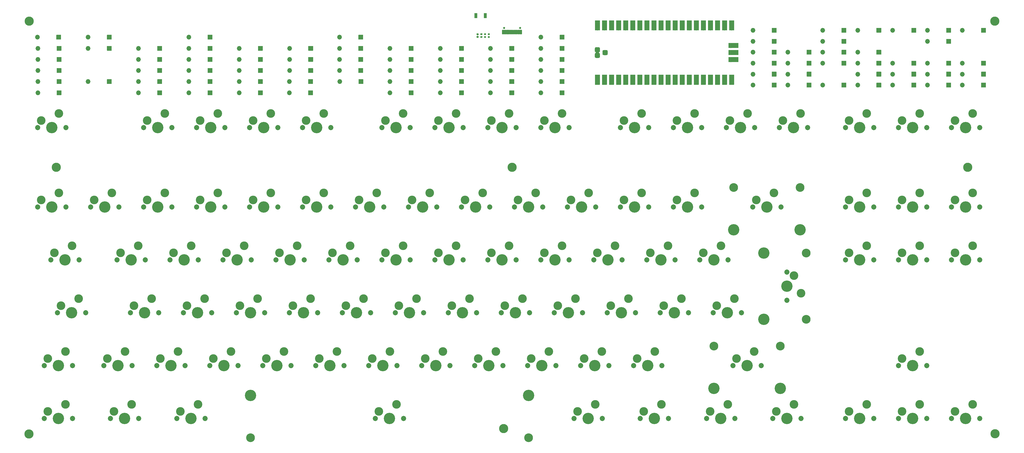
<source format=gts>
G04 #@! TF.GenerationSoftware,KiCad,Pcbnew,(5.1.9)-1*
G04 #@! TF.CreationDate,2021-06-14T20:25:05+01:00*
G04 #@! TF.ProjectId,ENV_KB_RGB,454e565f-4b42-45f5-9247-422e6b696361,Rev.1*
G04 #@! TF.SameCoordinates,Original*
G04 #@! TF.FileFunction,Soldermask,Top*
G04 #@! TF.FilePolarity,Negative*
%FSLAX46Y46*%
G04 Gerber Fmt 4.6, Leading zero omitted, Abs format (unit mm)*
G04 Created by KiCad (PCBNEW (5.1.9)-1) date 2021-06-14 20:25:05*
%MOMM*%
%LPD*%
G01*
G04 APERTURE LIST*
%ADD10C,4.089800*%
%ADD11C,3.150000*%
%ADD12C,1.852000*%
%ADD13C,3.102000*%
%ADD14C,0.752000*%
%ADD15O,1.702000X1.702000*%
%ADD16O,1.802000X1.802000*%
%ADD17C,3.302000*%
%ADD18C,0.150000*%
G04 APERTURE END LIST*
D10*
X302770000Y-146997000D03*
X302770000Y-170873000D03*
D11*
X318010000Y-146997000D03*
X318010000Y-170873000D03*
D12*
X311025000Y-164015000D03*
X311025000Y-153855000D03*
D13*
X313565000Y-155125000D03*
D10*
X311025000Y-158935000D03*
D13*
X316105000Y-161475000D03*
D12*
X380417500Y-206560000D03*
X370257500Y-206560000D03*
D13*
X371527500Y-204020000D03*
D10*
X375337500Y-206560000D03*
D13*
X377877500Y-201480000D03*
D12*
X361367500Y-206560000D03*
X351207500Y-206560000D03*
D13*
X352477500Y-204020000D03*
D10*
X356287500Y-206560000D03*
D13*
X358827500Y-201480000D03*
D12*
X342317500Y-206560000D03*
X332157500Y-206560000D03*
D13*
X333427500Y-204020000D03*
D10*
X337237500Y-206560000D03*
D13*
X339777500Y-201480000D03*
D12*
X316123750Y-206560000D03*
X305963750Y-206560000D03*
D13*
X307233750Y-204020000D03*
D10*
X311043750Y-206560000D03*
D13*
X313583750Y-201480000D03*
D12*
X292311250Y-206560000D03*
X282151250Y-206560000D03*
D13*
X283421250Y-204020000D03*
D10*
X287231250Y-206560000D03*
D13*
X289771250Y-201480000D03*
D12*
X268498750Y-206560000D03*
X258338750Y-206560000D03*
D13*
X259608750Y-204020000D03*
D10*
X263418750Y-206560000D03*
D13*
X265958750Y-201480000D03*
D12*
X244686250Y-206560000D03*
X234526250Y-206560000D03*
D13*
X235796250Y-204020000D03*
D10*
X239606250Y-206560000D03*
D13*
X242146250Y-201480000D03*
D10*
X118168850Y-198305000D03*
X218168650Y-198305000D03*
D11*
X118168850Y-213545000D03*
X218168650Y-213545000D03*
D12*
X173248750Y-206560000D03*
X163088750Y-206560000D03*
D13*
X164358750Y-204020000D03*
D10*
X168168750Y-206560000D03*
D13*
X170708750Y-201480000D03*
D12*
X101811250Y-206560000D03*
X91651250Y-206560000D03*
D13*
X92921250Y-204020000D03*
D10*
X96731250Y-206560000D03*
D13*
X99271250Y-201480000D03*
D12*
X77998750Y-206560000D03*
X67838750Y-206560000D03*
D13*
X69108750Y-204020000D03*
D10*
X72918750Y-206560000D03*
D13*
X75458750Y-201480000D03*
D12*
X54186250Y-206560000D03*
X44026250Y-206560000D03*
D13*
X45296250Y-204020000D03*
D10*
X49106250Y-206560000D03*
D13*
X51646250Y-201480000D03*
D12*
X361367500Y-187510000D03*
X351207500Y-187510000D03*
D13*
X352477500Y-184970000D03*
D10*
X356287500Y-187510000D03*
D13*
X358827500Y-182430000D03*
D10*
X284818250Y-195765000D03*
X308694250Y-195765000D03*
D11*
X284818250Y-180525000D03*
X308694250Y-180525000D03*
D12*
X301836250Y-187510000D03*
X291676250Y-187510000D03*
D13*
X292946250Y-184970000D03*
D10*
X296756250Y-187510000D03*
D13*
X299296250Y-182430000D03*
D12*
X266117500Y-187510000D03*
X255957500Y-187510000D03*
D13*
X257227500Y-184970000D03*
D10*
X261037500Y-187510000D03*
D13*
X263577500Y-182430000D03*
D12*
X247067500Y-187510000D03*
X236907500Y-187510000D03*
D13*
X238177500Y-184970000D03*
D10*
X241987500Y-187510000D03*
D13*
X244527500Y-182430000D03*
D12*
X228017500Y-187510000D03*
X217857500Y-187510000D03*
D13*
X219127500Y-184970000D03*
D10*
X222937500Y-187510000D03*
D13*
X225477500Y-182430000D03*
D12*
X208967500Y-187510000D03*
X198807500Y-187510000D03*
D13*
X200077500Y-184970000D03*
D10*
X203887500Y-187510000D03*
D13*
X206427500Y-182430000D03*
D12*
X189917500Y-187510000D03*
X179757500Y-187510000D03*
D13*
X181027500Y-184970000D03*
D10*
X184837500Y-187510000D03*
D13*
X187377500Y-182430000D03*
D12*
X170867500Y-187510000D03*
X160707500Y-187510000D03*
D13*
X161977500Y-184970000D03*
D10*
X165787500Y-187510000D03*
D13*
X168327500Y-182430000D03*
D12*
X151817500Y-187510000D03*
X141657500Y-187510000D03*
D13*
X142927500Y-184970000D03*
D10*
X146737500Y-187510000D03*
D13*
X149277500Y-182430000D03*
D12*
X132767500Y-187510000D03*
X122607500Y-187510000D03*
D13*
X123877500Y-184970000D03*
D10*
X127687500Y-187510000D03*
D13*
X130227500Y-182430000D03*
D12*
X113717500Y-187510000D03*
X103557500Y-187510000D03*
D13*
X104827500Y-184970000D03*
D10*
X108637500Y-187510000D03*
D13*
X111177500Y-182430000D03*
D12*
X94667500Y-187510000D03*
X84507500Y-187510000D03*
D13*
X85777500Y-184970000D03*
D10*
X89587500Y-187510000D03*
D13*
X92127500Y-182430000D03*
D12*
X75617500Y-187510000D03*
X65457500Y-187510000D03*
D13*
X66727500Y-184970000D03*
D10*
X70537500Y-187510000D03*
D13*
X73077500Y-182430000D03*
D12*
X54186250Y-187510000D03*
X44026250Y-187510000D03*
D13*
X45296250Y-184970000D03*
D10*
X49106250Y-187510000D03*
D13*
X51646250Y-182430000D03*
D12*
X294692500Y-168460000D03*
X284532500Y-168460000D03*
D13*
X285802500Y-165920000D03*
D10*
X289612500Y-168460000D03*
D13*
X292152500Y-163380000D03*
D12*
X275642500Y-168460000D03*
X265482500Y-168460000D03*
D13*
X266752500Y-165920000D03*
D10*
X270562500Y-168460000D03*
D13*
X273102500Y-163380000D03*
D12*
X256592500Y-168460000D03*
X246432500Y-168460000D03*
D13*
X247702500Y-165920000D03*
D10*
X251512500Y-168460000D03*
D13*
X254052500Y-163380000D03*
D12*
X237542500Y-168460000D03*
X227382500Y-168460000D03*
D13*
X228652500Y-165920000D03*
D10*
X232462500Y-168460000D03*
D13*
X235002500Y-163380000D03*
D12*
X218492500Y-168460000D03*
X208332500Y-168460000D03*
D13*
X209602500Y-165920000D03*
D10*
X213412500Y-168460000D03*
D13*
X215952500Y-163380000D03*
D12*
X199442500Y-168460000D03*
X189282500Y-168460000D03*
D13*
X190552500Y-165920000D03*
D10*
X194362500Y-168460000D03*
D13*
X196902500Y-163380000D03*
D12*
X180392500Y-168460000D03*
X170232500Y-168460000D03*
D13*
X171502500Y-165920000D03*
D10*
X175312500Y-168460000D03*
D13*
X177852500Y-163380000D03*
D12*
X161342500Y-168460000D03*
X151182500Y-168460000D03*
D13*
X152452500Y-165920000D03*
D10*
X156262500Y-168460000D03*
D13*
X158802500Y-163380000D03*
D12*
X142292500Y-168460000D03*
X132132500Y-168460000D03*
D13*
X133402500Y-165920000D03*
D10*
X137212500Y-168460000D03*
D13*
X139752500Y-163380000D03*
D12*
X123242500Y-168460000D03*
X113082500Y-168460000D03*
D13*
X114352500Y-165920000D03*
D10*
X118162500Y-168460000D03*
D13*
X120702500Y-163380000D03*
D12*
X104192500Y-168460000D03*
X94032500Y-168460000D03*
D13*
X95302500Y-165920000D03*
D10*
X99112500Y-168460000D03*
D13*
X101652500Y-163380000D03*
D12*
X85142500Y-168460000D03*
X74982500Y-168460000D03*
D13*
X76252500Y-165920000D03*
D10*
X80062500Y-168460000D03*
D13*
X82602500Y-163380000D03*
D12*
X58948750Y-168460000D03*
X48788750Y-168460000D03*
D13*
X50058750Y-165920000D03*
D10*
X53868750Y-168460000D03*
D13*
X56408750Y-163380000D03*
D12*
X380417500Y-149410000D03*
X370257500Y-149410000D03*
D13*
X371527500Y-146870000D03*
D10*
X375337500Y-149410000D03*
D13*
X377877500Y-144330000D03*
D12*
X361367500Y-149410000D03*
X351207500Y-149410000D03*
D13*
X352477500Y-146870000D03*
D10*
X356287500Y-149410000D03*
D13*
X358827500Y-144330000D03*
D12*
X342317500Y-149410000D03*
X332157500Y-149410000D03*
D13*
X333427500Y-146870000D03*
D10*
X337237500Y-149410000D03*
D13*
X339777500Y-144330000D03*
D12*
X289930000Y-149410000D03*
X279770000Y-149410000D03*
D13*
X281040000Y-146870000D03*
D10*
X284850000Y-149410000D03*
D13*
X287390000Y-144330000D03*
D12*
X270880000Y-149410000D03*
X260720000Y-149410000D03*
D13*
X261990000Y-146870000D03*
D10*
X265800000Y-149410000D03*
D13*
X268340000Y-144330000D03*
D12*
X251830000Y-149410000D03*
X241670000Y-149410000D03*
D13*
X242940000Y-146870000D03*
D10*
X246750000Y-149410000D03*
D13*
X249290000Y-144330000D03*
D12*
X232780000Y-149410000D03*
X222620000Y-149410000D03*
D13*
X223890000Y-146870000D03*
D10*
X227700000Y-149410000D03*
D13*
X230240000Y-144330000D03*
D12*
X213730000Y-149410000D03*
X203570000Y-149410000D03*
D13*
X204840000Y-146870000D03*
D10*
X208650000Y-149410000D03*
D13*
X211190000Y-144330000D03*
D12*
X194680000Y-149410000D03*
X184520000Y-149410000D03*
D13*
X185790000Y-146870000D03*
D10*
X189600000Y-149410000D03*
D13*
X192140000Y-144330000D03*
D12*
X175630000Y-149410000D03*
X165470000Y-149410000D03*
D13*
X166740000Y-146870000D03*
D10*
X170550000Y-149410000D03*
D13*
X173090000Y-144330000D03*
D12*
X156580000Y-149410000D03*
X146420000Y-149410000D03*
D13*
X147690000Y-146870000D03*
D10*
X151500000Y-149410000D03*
D13*
X154040000Y-144330000D03*
D12*
X137530000Y-149410000D03*
X127370000Y-149410000D03*
D13*
X128640000Y-146870000D03*
D10*
X132450000Y-149410000D03*
D13*
X134990000Y-144330000D03*
D12*
X118480000Y-149410000D03*
X108320000Y-149410000D03*
D13*
X109590000Y-146870000D03*
D10*
X113400000Y-149410000D03*
D13*
X115940000Y-144330000D03*
D12*
X99430000Y-149410000D03*
X89270000Y-149410000D03*
D13*
X90540000Y-146870000D03*
D10*
X94350000Y-149410000D03*
D13*
X96890000Y-144330000D03*
D12*
X80380000Y-149410000D03*
X70220000Y-149410000D03*
D13*
X71490000Y-146870000D03*
D10*
X75300000Y-149410000D03*
D13*
X77840000Y-144330000D03*
D12*
X56567500Y-149410000D03*
X46407500Y-149410000D03*
D13*
X47677500Y-146870000D03*
D10*
X51487500Y-149410000D03*
D13*
X54027500Y-144330000D03*
D12*
X380417500Y-130360000D03*
X370257500Y-130360000D03*
D13*
X371527500Y-127820000D03*
D10*
X375337500Y-130360000D03*
D13*
X377877500Y-125280000D03*
D12*
X361367500Y-130360000D03*
X351207500Y-130360000D03*
D13*
X352477500Y-127820000D03*
D10*
X356287500Y-130360000D03*
D13*
X358827500Y-125280000D03*
D12*
X342317500Y-130360000D03*
X332157500Y-130360000D03*
D13*
X333427500Y-127820000D03*
D10*
X337237500Y-130360000D03*
D13*
X339777500Y-125280000D03*
D10*
X291962000Y-138615000D03*
X315838000Y-138615000D03*
D11*
X291962000Y-123375000D03*
X315838000Y-123375000D03*
D12*
X308980000Y-130360000D03*
X298820000Y-130360000D03*
D13*
X300090000Y-127820000D03*
D10*
X303900000Y-130360000D03*
D13*
X306440000Y-125280000D03*
D12*
X280405000Y-130360000D03*
X270245000Y-130360000D03*
D13*
X271515000Y-127820000D03*
D10*
X275325000Y-130360000D03*
D13*
X277865000Y-125280000D03*
D12*
X261355000Y-130360000D03*
X251195000Y-130360000D03*
D13*
X252465000Y-127820000D03*
D10*
X256275000Y-130360000D03*
D13*
X258815000Y-125280000D03*
D12*
X242305000Y-130360000D03*
X232145000Y-130360000D03*
D13*
X233415000Y-127820000D03*
D10*
X237225000Y-130360000D03*
D13*
X239765000Y-125280000D03*
D12*
X223255000Y-130360000D03*
X213095000Y-130360000D03*
D13*
X214365000Y-127820000D03*
D10*
X218175000Y-130360000D03*
D13*
X220715000Y-125280000D03*
D12*
X204205000Y-130360000D03*
X194045000Y-130360000D03*
D13*
X195315000Y-127820000D03*
D10*
X199125000Y-130360000D03*
D13*
X201665000Y-125280000D03*
D12*
X185155000Y-130360000D03*
X174995000Y-130360000D03*
D13*
X176265000Y-127820000D03*
D10*
X180075000Y-130360000D03*
D13*
X182615000Y-125280000D03*
D12*
X166105000Y-130360000D03*
X155945000Y-130360000D03*
D13*
X157215000Y-127820000D03*
D10*
X161025000Y-130360000D03*
D13*
X163565000Y-125280000D03*
D12*
X147055000Y-130360000D03*
X136895000Y-130360000D03*
D13*
X138165000Y-127820000D03*
D10*
X141975000Y-130360000D03*
D13*
X144515000Y-125280000D03*
D12*
X128005000Y-130360000D03*
X117845000Y-130360000D03*
D13*
X119115000Y-127820000D03*
D10*
X122925000Y-130360000D03*
D13*
X125465000Y-125280000D03*
D12*
X108955000Y-130360000D03*
X98795000Y-130360000D03*
D13*
X100065000Y-127820000D03*
D10*
X103875000Y-130360000D03*
D13*
X106415000Y-125280000D03*
D12*
X89905000Y-130360000D03*
X79745000Y-130360000D03*
D13*
X81015000Y-127820000D03*
D10*
X84825000Y-130360000D03*
D13*
X87365000Y-125280000D03*
D12*
X70855000Y-130360000D03*
X60695000Y-130360000D03*
D13*
X61965000Y-127820000D03*
D10*
X65775000Y-130360000D03*
D13*
X68315000Y-125280000D03*
D12*
X51805000Y-130360000D03*
X41645000Y-130360000D03*
D13*
X42915000Y-127820000D03*
D10*
X46725000Y-130360000D03*
D13*
X49265000Y-125280000D03*
D12*
X380417500Y-101785000D03*
X370257500Y-101785000D03*
D13*
X371527500Y-99245000D03*
D10*
X375337500Y-101785000D03*
D13*
X377877500Y-96705000D03*
D12*
X361367500Y-101785000D03*
X351207500Y-101785000D03*
D13*
X352477500Y-99245000D03*
D10*
X356287500Y-101785000D03*
D13*
X358827500Y-96705000D03*
D12*
X342317500Y-101785000D03*
X332157500Y-101785000D03*
D13*
X333427500Y-99245000D03*
D10*
X337237500Y-101785000D03*
D13*
X339777500Y-96705000D03*
D12*
X318505000Y-101785000D03*
X308345000Y-101785000D03*
D13*
X309615000Y-99245000D03*
D10*
X313425000Y-101785000D03*
D13*
X315965000Y-96705000D03*
D12*
X299455000Y-101785000D03*
X289295000Y-101785000D03*
D13*
X290565000Y-99245000D03*
D10*
X294375000Y-101785000D03*
D13*
X296915000Y-96705000D03*
D12*
X280405000Y-101785000D03*
X270245000Y-101785000D03*
D13*
X271515000Y-99245000D03*
D10*
X275325000Y-101785000D03*
D13*
X277865000Y-96705000D03*
D12*
X261355000Y-101785000D03*
X251195000Y-101785000D03*
D13*
X252465000Y-99245000D03*
D10*
X256275000Y-101785000D03*
D13*
X258815000Y-96705000D03*
D12*
X232780000Y-101785000D03*
X222620000Y-101785000D03*
D13*
X223890000Y-99245000D03*
D10*
X227700000Y-101785000D03*
D13*
X230240000Y-96705000D03*
D12*
X213730000Y-101785000D03*
X203570000Y-101785000D03*
D13*
X204840000Y-99245000D03*
D10*
X208650000Y-101785000D03*
D13*
X211190000Y-96705000D03*
D12*
X194680000Y-101785000D03*
X184520000Y-101785000D03*
D13*
X185790000Y-99245000D03*
D10*
X189600000Y-101785000D03*
D13*
X192140000Y-96705000D03*
D12*
X175630000Y-101785000D03*
X165470000Y-101785000D03*
D13*
X166740000Y-99245000D03*
D10*
X170550000Y-101785000D03*
D13*
X173090000Y-96705000D03*
D12*
X147055000Y-101785000D03*
X136895000Y-101785000D03*
D13*
X138165000Y-99245000D03*
D10*
X141975000Y-101785000D03*
D13*
X144515000Y-96705000D03*
D12*
X128005000Y-101785000D03*
X117845000Y-101785000D03*
D13*
X119115000Y-99245000D03*
D10*
X122925000Y-101785000D03*
D13*
X125465000Y-96705000D03*
D12*
X108955000Y-101785000D03*
X98795000Y-101785000D03*
D13*
X100065000Y-99245000D03*
D10*
X103875000Y-101785000D03*
D13*
X106415000Y-96705000D03*
D12*
X89905000Y-101785000D03*
X79745000Y-101785000D03*
D13*
X81015000Y-99245000D03*
D10*
X84825000Y-101785000D03*
D13*
X87365000Y-96705000D03*
D12*
X51805000Y-101785000D03*
X41645000Y-101785000D03*
D13*
X42915000Y-99245000D03*
D10*
X46725000Y-101785000D03*
D13*
X49265000Y-96705000D03*
G36*
G01*
X209351000Y-66605000D02*
X209351000Y-68055000D01*
G75*
G02*
X209300000Y-68106000I-51000J0D01*
G01*
X208700000Y-68106000D01*
G75*
G02*
X208649000Y-68055000I0J51000D01*
G01*
X208649000Y-66605000D01*
G75*
G02*
X208700000Y-66554000I51000J0D01*
G01*
X209300000Y-66554000D01*
G75*
G02*
X209351000Y-66605000I0J-51000D01*
G01*
G37*
G36*
G01*
X215801000Y-66605000D02*
X215801000Y-68055000D01*
G75*
G02*
X215750000Y-68106000I-51000J0D01*
G01*
X215150000Y-68106000D01*
G75*
G02*
X215099000Y-68055000I0J51000D01*
G01*
X215099000Y-66605000D01*
G75*
G02*
X215150000Y-66554000I51000J0D01*
G01*
X215750000Y-66554000D01*
G75*
G02*
X215801000Y-66605000I0J-51000D01*
G01*
G37*
G36*
G01*
X210126000Y-66605000D02*
X210126000Y-68055000D01*
G75*
G02*
X210075000Y-68106000I-51000J0D01*
G01*
X209475000Y-68106000D01*
G75*
G02*
X209424000Y-68055000I0J51000D01*
G01*
X209424000Y-66605000D01*
G75*
G02*
X209475000Y-66554000I51000J0D01*
G01*
X210075000Y-66554000D01*
G75*
G02*
X210126000Y-66605000I0J-51000D01*
G01*
G37*
G36*
G01*
X215026000Y-66605000D02*
X215026000Y-68055000D01*
G75*
G02*
X214975000Y-68106000I-51000J0D01*
G01*
X214375000Y-68106000D01*
G75*
G02*
X214324000Y-68055000I0J51000D01*
G01*
X214324000Y-66605000D01*
G75*
G02*
X214375000Y-66554000I51000J0D01*
G01*
X214975000Y-66554000D01*
G75*
G02*
X215026000Y-66605000I0J-51000D01*
G01*
G37*
G36*
G01*
X214176000Y-66605000D02*
X214176000Y-68055000D01*
G75*
G02*
X214125000Y-68106000I-51000J0D01*
G01*
X213825000Y-68106000D01*
G75*
G02*
X213774000Y-68055000I0J51000D01*
G01*
X213774000Y-66605000D01*
G75*
G02*
X213825000Y-66554000I51000J0D01*
G01*
X214125000Y-66554000D01*
G75*
G02*
X214176000Y-66605000I0J-51000D01*
G01*
G37*
G36*
G01*
X210676000Y-66605000D02*
X210676000Y-68055000D01*
G75*
G02*
X210625000Y-68106000I-51000J0D01*
G01*
X210325000Y-68106000D01*
G75*
G02*
X210274000Y-68055000I0J51000D01*
G01*
X210274000Y-66605000D01*
G75*
G02*
X210325000Y-66554000I51000J0D01*
G01*
X210625000Y-66554000D01*
G75*
G02*
X210676000Y-66605000I0J-51000D01*
G01*
G37*
G36*
G01*
X213676000Y-66605000D02*
X213676000Y-68055000D01*
G75*
G02*
X213625000Y-68106000I-51000J0D01*
G01*
X213325000Y-68106000D01*
G75*
G02*
X213274000Y-68055000I0J51000D01*
G01*
X213274000Y-66605000D01*
G75*
G02*
X213325000Y-66554000I51000J0D01*
G01*
X213625000Y-66554000D01*
G75*
G02*
X213676000Y-66605000I0J-51000D01*
G01*
G37*
G36*
G01*
X211176000Y-66605000D02*
X211176000Y-68055000D01*
G75*
G02*
X211125000Y-68106000I-51000J0D01*
G01*
X210825000Y-68106000D01*
G75*
G02*
X210774000Y-68055000I0J51000D01*
G01*
X210774000Y-66605000D01*
G75*
G02*
X210825000Y-66554000I51000J0D01*
G01*
X211125000Y-66554000D01*
G75*
G02*
X211176000Y-66605000I0J-51000D01*
G01*
G37*
G36*
G01*
X213176000Y-66605000D02*
X213176000Y-68055000D01*
G75*
G02*
X213125000Y-68106000I-51000J0D01*
G01*
X212825000Y-68106000D01*
G75*
G02*
X212774000Y-68055000I0J51000D01*
G01*
X212774000Y-66605000D01*
G75*
G02*
X212825000Y-66554000I51000J0D01*
G01*
X213125000Y-66554000D01*
G75*
G02*
X213176000Y-66605000I0J-51000D01*
G01*
G37*
G36*
G01*
X211676000Y-66605000D02*
X211676000Y-68055000D01*
G75*
G02*
X211625000Y-68106000I-51000J0D01*
G01*
X211325000Y-68106000D01*
G75*
G02*
X211274000Y-68055000I0J51000D01*
G01*
X211274000Y-66605000D01*
G75*
G02*
X211325000Y-66554000I51000J0D01*
G01*
X211625000Y-66554000D01*
G75*
G02*
X211676000Y-66605000I0J-51000D01*
G01*
G37*
G36*
G01*
X212176000Y-66605000D02*
X212176000Y-68055000D01*
G75*
G02*
X212125000Y-68106000I-51000J0D01*
G01*
X211825000Y-68106000D01*
G75*
G02*
X211774000Y-68055000I0J51000D01*
G01*
X211774000Y-66605000D01*
G75*
G02*
X211825000Y-66554000I51000J0D01*
G01*
X212125000Y-66554000D01*
G75*
G02*
X212176000Y-66605000I0J-51000D01*
G01*
G37*
G36*
G01*
X212676000Y-66605000D02*
X212676000Y-68055000D01*
G75*
G02*
X212625000Y-68106000I-51000J0D01*
G01*
X212325000Y-68106000D01*
G75*
G02*
X212274000Y-68055000I0J51000D01*
G01*
X212274000Y-66605000D01*
G75*
G02*
X212325000Y-66554000I51000J0D01*
G01*
X212625000Y-66554000D01*
G75*
G02*
X212676000Y-66605000I0J-51000D01*
G01*
G37*
D14*
X209335000Y-65885000D03*
X215115000Y-65885000D03*
G36*
G01*
X382626000Y-65885000D02*
X382626000Y-67485000D01*
G75*
G02*
X382575000Y-67536000I-51000J0D01*
G01*
X380975000Y-67536000D01*
G75*
G02*
X380924000Y-67485000I0J51000D01*
G01*
X380924000Y-65885000D01*
G75*
G02*
X380975000Y-65834000I51000J0D01*
G01*
X382575000Y-65834000D01*
G75*
G02*
X382626000Y-65885000I0J-51000D01*
G01*
G37*
D15*
X374155000Y-66685000D03*
G36*
G01*
X370076000Y-65885000D02*
X370076000Y-67485000D01*
G75*
G02*
X370025000Y-67536000I-51000J0D01*
G01*
X368425000Y-67536000D01*
G75*
G02*
X368374000Y-67485000I0J51000D01*
G01*
X368374000Y-65885000D01*
G75*
G02*
X368425000Y-65834000I51000J0D01*
G01*
X370025000Y-65834000D01*
G75*
G02*
X370076000Y-65885000I0J-51000D01*
G01*
G37*
X361605000Y-66685000D03*
G36*
G01*
X357526000Y-65885000D02*
X357526000Y-67485000D01*
G75*
G02*
X357475000Y-67536000I-51000J0D01*
G01*
X355875000Y-67536000D01*
G75*
G02*
X355824000Y-67485000I0J51000D01*
G01*
X355824000Y-65885000D01*
G75*
G02*
X355875000Y-65834000I51000J0D01*
G01*
X357475000Y-65834000D01*
G75*
G02*
X357526000Y-65885000I0J-51000D01*
G01*
G37*
X349055000Y-66685000D03*
G36*
G01*
X344976000Y-65885000D02*
X344976000Y-67485000D01*
G75*
G02*
X344925000Y-67536000I-51000J0D01*
G01*
X343325000Y-67536000D01*
G75*
G02*
X343274000Y-67485000I0J51000D01*
G01*
X343274000Y-65885000D01*
G75*
G02*
X343325000Y-65834000I51000J0D01*
G01*
X344925000Y-65834000D01*
G75*
G02*
X344976000Y-65885000I0J-51000D01*
G01*
G37*
X336505000Y-66685000D03*
G36*
G01*
X332426000Y-65885000D02*
X332426000Y-67485000D01*
G75*
G02*
X332375000Y-67536000I-51000J0D01*
G01*
X330775000Y-67536000D01*
G75*
G02*
X330724000Y-67485000I0J51000D01*
G01*
X330724000Y-65885000D01*
G75*
G02*
X330775000Y-65834000I51000J0D01*
G01*
X332375000Y-65834000D01*
G75*
G02*
X332426000Y-65885000I0J-51000D01*
G01*
G37*
X323955000Y-66685000D03*
G36*
G01*
X307326000Y-65885000D02*
X307326000Y-67485000D01*
G75*
G02*
X307275000Y-67536000I-51000J0D01*
G01*
X305675000Y-67536000D01*
G75*
G02*
X305624000Y-67485000I0J51000D01*
G01*
X305624000Y-65885000D01*
G75*
G02*
X305675000Y-65834000I51000J0D01*
G01*
X307275000Y-65834000D01*
G75*
G02*
X307326000Y-65885000I0J-51000D01*
G01*
G37*
X298855000Y-66685000D03*
G36*
G01*
X231076000Y-68385000D02*
X231076000Y-69985000D01*
G75*
G02*
X231025000Y-70036000I-51000J0D01*
G01*
X229425000Y-70036000D01*
G75*
G02*
X229374000Y-69985000I0J51000D01*
G01*
X229374000Y-68385000D01*
G75*
G02*
X229425000Y-68334000I51000J0D01*
G01*
X231025000Y-68334000D01*
G75*
G02*
X231076000Y-68385000I0J-51000D01*
G01*
G37*
X222605000Y-69185000D03*
G36*
G01*
X158676000Y-68385000D02*
X158676000Y-69985000D01*
G75*
G02*
X158625000Y-70036000I-51000J0D01*
G01*
X157025000Y-70036000D01*
G75*
G02*
X156974000Y-69985000I0J51000D01*
G01*
X156974000Y-68385000D01*
G75*
G02*
X157025000Y-68334000I51000J0D01*
G01*
X158625000Y-68334000D01*
G75*
G02*
X158676000Y-68385000I0J-51000D01*
G01*
G37*
X150205000Y-69185000D03*
G36*
G01*
X104476000Y-68385000D02*
X104476000Y-69985000D01*
G75*
G02*
X104425000Y-70036000I-51000J0D01*
G01*
X102825000Y-70036000D01*
G75*
G02*
X102774000Y-69985000I0J51000D01*
G01*
X102774000Y-68385000D01*
G75*
G02*
X102825000Y-68334000I51000J0D01*
G01*
X104425000Y-68334000D01*
G75*
G02*
X104476000Y-68385000I0J-51000D01*
G01*
G37*
X96005000Y-69185000D03*
G36*
G01*
X68276000Y-68385000D02*
X68276000Y-69985000D01*
G75*
G02*
X68225000Y-70036000I-51000J0D01*
G01*
X66625000Y-70036000D01*
G75*
G02*
X66574000Y-69985000I0J51000D01*
G01*
X66574000Y-68385000D01*
G75*
G02*
X66625000Y-68334000I51000J0D01*
G01*
X68225000Y-68334000D01*
G75*
G02*
X68276000Y-68385000I0J-51000D01*
G01*
G37*
X59805000Y-69185000D03*
G36*
G01*
X50076000Y-68385000D02*
X50076000Y-69985000D01*
G75*
G02*
X50025000Y-70036000I-51000J0D01*
G01*
X48425000Y-70036000D01*
G75*
G02*
X48374000Y-69985000I0J51000D01*
G01*
X48374000Y-68385000D01*
G75*
G02*
X48425000Y-68334000I51000J0D01*
G01*
X50025000Y-68334000D01*
G75*
G02*
X50076000Y-68385000I0J-51000D01*
G01*
G37*
X41605000Y-69185000D03*
G36*
G01*
X370076000Y-69835000D02*
X370076000Y-71435000D01*
G75*
G02*
X370025000Y-71486000I-51000J0D01*
G01*
X368425000Y-71486000D01*
G75*
G02*
X368374000Y-71435000I0J51000D01*
G01*
X368374000Y-69835000D01*
G75*
G02*
X368425000Y-69784000I51000J0D01*
G01*
X370025000Y-69784000D01*
G75*
G02*
X370076000Y-69835000I0J-51000D01*
G01*
G37*
X361605000Y-70635000D03*
G36*
G01*
X332426000Y-69835000D02*
X332426000Y-71435000D01*
G75*
G02*
X332375000Y-71486000I-51000J0D01*
G01*
X330775000Y-71486000D01*
G75*
G02*
X330724000Y-71435000I0J51000D01*
G01*
X330724000Y-69835000D01*
G75*
G02*
X330775000Y-69784000I51000J0D01*
G01*
X332375000Y-69784000D01*
G75*
G02*
X332426000Y-69835000I0J-51000D01*
G01*
G37*
X323955000Y-70635000D03*
G36*
G01*
X307326000Y-69835000D02*
X307326000Y-71435000D01*
G75*
G02*
X307275000Y-71486000I-51000J0D01*
G01*
X305675000Y-71486000D01*
G75*
G02*
X305624000Y-71435000I0J51000D01*
G01*
X305624000Y-69835000D01*
G75*
G02*
X305675000Y-69784000I51000J0D01*
G01*
X307275000Y-69784000D01*
G75*
G02*
X307326000Y-69835000I0J-51000D01*
G01*
G37*
X298855000Y-70635000D03*
G36*
G01*
X231076000Y-72385000D02*
X231076000Y-73985000D01*
G75*
G02*
X231025000Y-74036000I-51000J0D01*
G01*
X229425000Y-74036000D01*
G75*
G02*
X229374000Y-73985000I0J51000D01*
G01*
X229374000Y-72385000D01*
G75*
G02*
X229425000Y-72334000I51000J0D01*
G01*
X231025000Y-72334000D01*
G75*
G02*
X231076000Y-72385000I0J-51000D01*
G01*
G37*
X222605000Y-73185000D03*
G36*
G01*
X212976000Y-72385000D02*
X212976000Y-73985000D01*
G75*
G02*
X212925000Y-74036000I-51000J0D01*
G01*
X211325000Y-74036000D01*
G75*
G02*
X211274000Y-73985000I0J51000D01*
G01*
X211274000Y-72385000D01*
G75*
G02*
X211325000Y-72334000I51000J0D01*
G01*
X212925000Y-72334000D01*
G75*
G02*
X212976000Y-72385000I0J-51000D01*
G01*
G37*
X204505000Y-73185000D03*
G36*
G01*
X194876000Y-72385000D02*
X194876000Y-73985000D01*
G75*
G02*
X194825000Y-74036000I-51000J0D01*
G01*
X193225000Y-74036000D01*
G75*
G02*
X193174000Y-73985000I0J51000D01*
G01*
X193174000Y-72385000D01*
G75*
G02*
X193225000Y-72334000I51000J0D01*
G01*
X194825000Y-72334000D01*
G75*
G02*
X194876000Y-72385000I0J-51000D01*
G01*
G37*
X186405000Y-73185000D03*
G36*
G01*
X176776000Y-72385000D02*
X176776000Y-73985000D01*
G75*
G02*
X176725000Y-74036000I-51000J0D01*
G01*
X175125000Y-74036000D01*
G75*
G02*
X175074000Y-73985000I0J51000D01*
G01*
X175074000Y-72385000D01*
G75*
G02*
X175125000Y-72334000I51000J0D01*
G01*
X176725000Y-72334000D01*
G75*
G02*
X176776000Y-72385000I0J-51000D01*
G01*
G37*
X168305000Y-73185000D03*
G36*
G01*
X158676000Y-72385000D02*
X158676000Y-73985000D01*
G75*
G02*
X158625000Y-74036000I-51000J0D01*
G01*
X157025000Y-74036000D01*
G75*
G02*
X156974000Y-73985000I0J51000D01*
G01*
X156974000Y-72385000D01*
G75*
G02*
X157025000Y-72334000I51000J0D01*
G01*
X158625000Y-72334000D01*
G75*
G02*
X158676000Y-72385000I0J-51000D01*
G01*
G37*
X150205000Y-73185000D03*
G36*
G01*
X140676000Y-72385000D02*
X140676000Y-73985000D01*
G75*
G02*
X140625000Y-74036000I-51000J0D01*
G01*
X139025000Y-74036000D01*
G75*
G02*
X138974000Y-73985000I0J51000D01*
G01*
X138974000Y-72385000D01*
G75*
G02*
X139025000Y-72334000I51000J0D01*
G01*
X140625000Y-72334000D01*
G75*
G02*
X140676000Y-72385000I0J-51000D01*
G01*
G37*
X132205000Y-73185000D03*
G36*
G01*
X122576000Y-72385000D02*
X122576000Y-73985000D01*
G75*
G02*
X122525000Y-74036000I-51000J0D01*
G01*
X120925000Y-74036000D01*
G75*
G02*
X120874000Y-73985000I0J51000D01*
G01*
X120874000Y-72385000D01*
G75*
G02*
X120925000Y-72334000I51000J0D01*
G01*
X122525000Y-72334000D01*
G75*
G02*
X122576000Y-72385000I0J-51000D01*
G01*
G37*
X114105000Y-73185000D03*
G36*
G01*
X104476000Y-72385000D02*
X104476000Y-73985000D01*
G75*
G02*
X104425000Y-74036000I-51000J0D01*
G01*
X102825000Y-74036000D01*
G75*
G02*
X102774000Y-73985000I0J51000D01*
G01*
X102774000Y-72385000D01*
G75*
G02*
X102825000Y-72334000I51000J0D01*
G01*
X104425000Y-72334000D01*
G75*
G02*
X104476000Y-72385000I0J-51000D01*
G01*
G37*
X96005000Y-73185000D03*
G36*
G01*
X86376000Y-72385000D02*
X86376000Y-73985000D01*
G75*
G02*
X86325000Y-74036000I-51000J0D01*
G01*
X84725000Y-74036000D01*
G75*
G02*
X84674000Y-73985000I0J51000D01*
G01*
X84674000Y-72385000D01*
G75*
G02*
X84725000Y-72334000I51000J0D01*
G01*
X86325000Y-72334000D01*
G75*
G02*
X86376000Y-72385000I0J-51000D01*
G01*
G37*
X77905000Y-73185000D03*
G36*
G01*
X68276000Y-72385000D02*
X68276000Y-73985000D01*
G75*
G02*
X68225000Y-74036000I-51000J0D01*
G01*
X66625000Y-74036000D01*
G75*
G02*
X66574000Y-73985000I0J51000D01*
G01*
X66574000Y-72385000D01*
G75*
G02*
X66625000Y-72334000I51000J0D01*
G01*
X68225000Y-72334000D01*
G75*
G02*
X68276000Y-72385000I0J-51000D01*
G01*
G37*
X59805000Y-73185000D03*
G36*
G01*
X50176000Y-72385000D02*
X50176000Y-73985000D01*
G75*
G02*
X50125000Y-74036000I-51000J0D01*
G01*
X48525000Y-74036000D01*
G75*
G02*
X48474000Y-73985000I0J51000D01*
G01*
X48474000Y-72385000D01*
G75*
G02*
X48525000Y-72334000I51000J0D01*
G01*
X50125000Y-72334000D01*
G75*
G02*
X50176000Y-72385000I0J-51000D01*
G01*
G37*
X41705000Y-73185000D03*
G36*
G01*
X344976000Y-73785000D02*
X344976000Y-75385000D01*
G75*
G02*
X344925000Y-75436000I-51000J0D01*
G01*
X343325000Y-75436000D01*
G75*
G02*
X343274000Y-75385000I0J51000D01*
G01*
X343274000Y-73785000D01*
G75*
G02*
X343325000Y-73734000I51000J0D01*
G01*
X344925000Y-73734000D01*
G75*
G02*
X344976000Y-73785000I0J-51000D01*
G01*
G37*
X336505000Y-74585000D03*
G36*
G01*
X332426000Y-73785000D02*
X332426000Y-75385000D01*
G75*
G02*
X332375000Y-75436000I-51000J0D01*
G01*
X330775000Y-75436000D01*
G75*
G02*
X330724000Y-75385000I0J51000D01*
G01*
X330724000Y-73785000D01*
G75*
G02*
X330775000Y-73734000I51000J0D01*
G01*
X332375000Y-73734000D01*
G75*
G02*
X332426000Y-73785000I0J-51000D01*
G01*
G37*
X323955000Y-74585000D03*
G36*
G01*
X319876000Y-73785000D02*
X319876000Y-75385000D01*
G75*
G02*
X319825000Y-75436000I-51000J0D01*
G01*
X318225000Y-75436000D01*
G75*
G02*
X318174000Y-75385000I0J51000D01*
G01*
X318174000Y-73785000D01*
G75*
G02*
X318225000Y-73734000I51000J0D01*
G01*
X319825000Y-73734000D01*
G75*
G02*
X319876000Y-73785000I0J-51000D01*
G01*
G37*
X311405000Y-74585000D03*
G36*
G01*
X307326000Y-73785000D02*
X307326000Y-75385000D01*
G75*
G02*
X307275000Y-75436000I-51000J0D01*
G01*
X305675000Y-75436000D01*
G75*
G02*
X305624000Y-75385000I0J51000D01*
G01*
X305624000Y-73785000D01*
G75*
G02*
X305675000Y-73734000I51000J0D01*
G01*
X307275000Y-73734000D01*
G75*
G02*
X307326000Y-73785000I0J-51000D01*
G01*
G37*
X298855000Y-74585000D03*
G36*
G01*
X231076000Y-76385000D02*
X231076000Y-77985000D01*
G75*
G02*
X231025000Y-78036000I-51000J0D01*
G01*
X229425000Y-78036000D01*
G75*
G02*
X229374000Y-77985000I0J51000D01*
G01*
X229374000Y-76385000D01*
G75*
G02*
X229425000Y-76334000I51000J0D01*
G01*
X231025000Y-76334000D01*
G75*
G02*
X231076000Y-76385000I0J-51000D01*
G01*
G37*
X222605000Y-77185000D03*
G36*
G01*
X212976000Y-76385000D02*
X212976000Y-77985000D01*
G75*
G02*
X212925000Y-78036000I-51000J0D01*
G01*
X211325000Y-78036000D01*
G75*
G02*
X211274000Y-77985000I0J51000D01*
G01*
X211274000Y-76385000D01*
G75*
G02*
X211325000Y-76334000I51000J0D01*
G01*
X212925000Y-76334000D01*
G75*
G02*
X212976000Y-76385000I0J-51000D01*
G01*
G37*
X204505000Y-77185000D03*
G36*
G01*
X194876000Y-76385000D02*
X194876000Y-77985000D01*
G75*
G02*
X194825000Y-78036000I-51000J0D01*
G01*
X193225000Y-78036000D01*
G75*
G02*
X193174000Y-77985000I0J51000D01*
G01*
X193174000Y-76385000D01*
G75*
G02*
X193225000Y-76334000I51000J0D01*
G01*
X194825000Y-76334000D01*
G75*
G02*
X194876000Y-76385000I0J-51000D01*
G01*
G37*
X186405000Y-77185000D03*
G36*
G01*
X176776000Y-76385000D02*
X176776000Y-77985000D01*
G75*
G02*
X176725000Y-78036000I-51000J0D01*
G01*
X175125000Y-78036000D01*
G75*
G02*
X175074000Y-77985000I0J51000D01*
G01*
X175074000Y-76385000D01*
G75*
G02*
X175125000Y-76334000I51000J0D01*
G01*
X176725000Y-76334000D01*
G75*
G02*
X176776000Y-76385000I0J-51000D01*
G01*
G37*
X168305000Y-77185000D03*
G36*
G01*
X158676000Y-76385000D02*
X158676000Y-77985000D01*
G75*
G02*
X158625000Y-78036000I-51000J0D01*
G01*
X157025000Y-78036000D01*
G75*
G02*
X156974000Y-77985000I0J51000D01*
G01*
X156974000Y-76385000D01*
G75*
G02*
X157025000Y-76334000I51000J0D01*
G01*
X158625000Y-76334000D01*
G75*
G02*
X158676000Y-76385000I0J-51000D01*
G01*
G37*
X150205000Y-77185000D03*
G36*
G01*
X140676000Y-76385000D02*
X140676000Y-77985000D01*
G75*
G02*
X140625000Y-78036000I-51000J0D01*
G01*
X139025000Y-78036000D01*
G75*
G02*
X138974000Y-77985000I0J51000D01*
G01*
X138974000Y-76385000D01*
G75*
G02*
X139025000Y-76334000I51000J0D01*
G01*
X140625000Y-76334000D01*
G75*
G02*
X140676000Y-76385000I0J-51000D01*
G01*
G37*
X132205000Y-77185000D03*
G36*
G01*
X122576000Y-76385000D02*
X122576000Y-77985000D01*
G75*
G02*
X122525000Y-78036000I-51000J0D01*
G01*
X120925000Y-78036000D01*
G75*
G02*
X120874000Y-77985000I0J51000D01*
G01*
X120874000Y-76385000D01*
G75*
G02*
X120925000Y-76334000I51000J0D01*
G01*
X122525000Y-76334000D01*
G75*
G02*
X122576000Y-76385000I0J-51000D01*
G01*
G37*
X114105000Y-77185000D03*
G36*
G01*
X104476000Y-76385000D02*
X104476000Y-77985000D01*
G75*
G02*
X104425000Y-78036000I-51000J0D01*
G01*
X102825000Y-78036000D01*
G75*
G02*
X102774000Y-77985000I0J51000D01*
G01*
X102774000Y-76385000D01*
G75*
G02*
X102825000Y-76334000I51000J0D01*
G01*
X104425000Y-76334000D01*
G75*
G02*
X104476000Y-76385000I0J-51000D01*
G01*
G37*
X96005000Y-77185000D03*
G36*
G01*
X86376000Y-76385000D02*
X86376000Y-77985000D01*
G75*
G02*
X86325000Y-78036000I-51000J0D01*
G01*
X84725000Y-78036000D01*
G75*
G02*
X84674000Y-77985000I0J51000D01*
G01*
X84674000Y-76385000D01*
G75*
G02*
X84725000Y-76334000I51000J0D01*
G01*
X86325000Y-76334000D01*
G75*
G02*
X86376000Y-76385000I0J-51000D01*
G01*
G37*
X77905000Y-77185000D03*
G36*
G01*
X50176000Y-76385000D02*
X50176000Y-77985000D01*
G75*
G02*
X50125000Y-78036000I-51000J0D01*
G01*
X48525000Y-78036000D01*
G75*
G02*
X48474000Y-77985000I0J51000D01*
G01*
X48474000Y-76385000D01*
G75*
G02*
X48525000Y-76334000I51000J0D01*
G01*
X50125000Y-76334000D01*
G75*
G02*
X50176000Y-76385000I0J-51000D01*
G01*
G37*
X41705000Y-77185000D03*
G36*
G01*
X382626000Y-77735000D02*
X382626000Y-79335000D01*
G75*
G02*
X382575000Y-79386000I-51000J0D01*
G01*
X380975000Y-79386000D01*
G75*
G02*
X380924000Y-79335000I0J51000D01*
G01*
X380924000Y-77735000D01*
G75*
G02*
X380975000Y-77684000I51000J0D01*
G01*
X382575000Y-77684000D01*
G75*
G02*
X382626000Y-77735000I0J-51000D01*
G01*
G37*
X374155000Y-78535000D03*
G36*
G01*
X370076000Y-77735000D02*
X370076000Y-79335000D01*
G75*
G02*
X370025000Y-79386000I-51000J0D01*
G01*
X368425000Y-79386000D01*
G75*
G02*
X368374000Y-79335000I0J51000D01*
G01*
X368374000Y-77735000D01*
G75*
G02*
X368425000Y-77684000I51000J0D01*
G01*
X370025000Y-77684000D01*
G75*
G02*
X370076000Y-77735000I0J-51000D01*
G01*
G37*
X361605000Y-78535000D03*
G36*
G01*
X357526000Y-77735000D02*
X357526000Y-79335000D01*
G75*
G02*
X357475000Y-79386000I-51000J0D01*
G01*
X355875000Y-79386000D01*
G75*
G02*
X355824000Y-79335000I0J51000D01*
G01*
X355824000Y-77735000D01*
G75*
G02*
X355875000Y-77684000I51000J0D01*
G01*
X357475000Y-77684000D01*
G75*
G02*
X357526000Y-77735000I0J-51000D01*
G01*
G37*
X349055000Y-78535000D03*
G36*
G01*
X344976000Y-77735000D02*
X344976000Y-79335000D01*
G75*
G02*
X344925000Y-79386000I-51000J0D01*
G01*
X343325000Y-79386000D01*
G75*
G02*
X343274000Y-79335000I0J51000D01*
G01*
X343274000Y-77735000D01*
G75*
G02*
X343325000Y-77684000I51000J0D01*
G01*
X344925000Y-77684000D01*
G75*
G02*
X344976000Y-77735000I0J-51000D01*
G01*
G37*
X336505000Y-78535000D03*
G36*
G01*
X332426000Y-77735000D02*
X332426000Y-79335000D01*
G75*
G02*
X332375000Y-79386000I-51000J0D01*
G01*
X330775000Y-79386000D01*
G75*
G02*
X330724000Y-79335000I0J51000D01*
G01*
X330724000Y-77735000D01*
G75*
G02*
X330775000Y-77684000I51000J0D01*
G01*
X332375000Y-77684000D01*
G75*
G02*
X332426000Y-77735000I0J-51000D01*
G01*
G37*
X323955000Y-78535000D03*
G36*
G01*
X319876000Y-77735000D02*
X319876000Y-79335000D01*
G75*
G02*
X319825000Y-79386000I-51000J0D01*
G01*
X318225000Y-79386000D01*
G75*
G02*
X318174000Y-79335000I0J51000D01*
G01*
X318174000Y-77735000D01*
G75*
G02*
X318225000Y-77684000I51000J0D01*
G01*
X319825000Y-77684000D01*
G75*
G02*
X319876000Y-77735000I0J-51000D01*
G01*
G37*
X311405000Y-78535000D03*
G36*
G01*
X307326000Y-77735000D02*
X307326000Y-79335000D01*
G75*
G02*
X307275000Y-79386000I-51000J0D01*
G01*
X305675000Y-79386000D01*
G75*
G02*
X305624000Y-79335000I0J51000D01*
G01*
X305624000Y-77735000D01*
G75*
G02*
X305675000Y-77684000I51000J0D01*
G01*
X307275000Y-77684000D01*
G75*
G02*
X307326000Y-77735000I0J-51000D01*
G01*
G37*
X298855000Y-78535000D03*
G36*
G01*
X231076000Y-80385000D02*
X231076000Y-81985000D01*
G75*
G02*
X231025000Y-82036000I-51000J0D01*
G01*
X229425000Y-82036000D01*
G75*
G02*
X229374000Y-81985000I0J51000D01*
G01*
X229374000Y-80385000D01*
G75*
G02*
X229425000Y-80334000I51000J0D01*
G01*
X231025000Y-80334000D01*
G75*
G02*
X231076000Y-80385000I0J-51000D01*
G01*
G37*
X222605000Y-81185000D03*
G36*
G01*
X212976000Y-80385000D02*
X212976000Y-81985000D01*
G75*
G02*
X212925000Y-82036000I-51000J0D01*
G01*
X211325000Y-82036000D01*
G75*
G02*
X211274000Y-81985000I0J51000D01*
G01*
X211274000Y-80385000D01*
G75*
G02*
X211325000Y-80334000I51000J0D01*
G01*
X212925000Y-80334000D01*
G75*
G02*
X212976000Y-80385000I0J-51000D01*
G01*
G37*
X204505000Y-81185000D03*
G36*
G01*
X194876000Y-80385000D02*
X194876000Y-81985000D01*
G75*
G02*
X194825000Y-82036000I-51000J0D01*
G01*
X193225000Y-82036000D01*
G75*
G02*
X193174000Y-81985000I0J51000D01*
G01*
X193174000Y-80385000D01*
G75*
G02*
X193225000Y-80334000I51000J0D01*
G01*
X194825000Y-80334000D01*
G75*
G02*
X194876000Y-80385000I0J-51000D01*
G01*
G37*
X186405000Y-81185000D03*
G36*
G01*
X176776000Y-80385000D02*
X176776000Y-81985000D01*
G75*
G02*
X176725000Y-82036000I-51000J0D01*
G01*
X175125000Y-82036000D01*
G75*
G02*
X175074000Y-81985000I0J51000D01*
G01*
X175074000Y-80385000D01*
G75*
G02*
X175125000Y-80334000I51000J0D01*
G01*
X176725000Y-80334000D01*
G75*
G02*
X176776000Y-80385000I0J-51000D01*
G01*
G37*
X168305000Y-81185000D03*
G36*
G01*
X158676000Y-80385000D02*
X158676000Y-81985000D01*
G75*
G02*
X158625000Y-82036000I-51000J0D01*
G01*
X157025000Y-82036000D01*
G75*
G02*
X156974000Y-81985000I0J51000D01*
G01*
X156974000Y-80385000D01*
G75*
G02*
X157025000Y-80334000I51000J0D01*
G01*
X158625000Y-80334000D01*
G75*
G02*
X158676000Y-80385000I0J-51000D01*
G01*
G37*
X150205000Y-81185000D03*
G36*
G01*
X140676000Y-80385000D02*
X140676000Y-81985000D01*
G75*
G02*
X140625000Y-82036000I-51000J0D01*
G01*
X139025000Y-82036000D01*
G75*
G02*
X138974000Y-81985000I0J51000D01*
G01*
X138974000Y-80385000D01*
G75*
G02*
X139025000Y-80334000I51000J0D01*
G01*
X140625000Y-80334000D01*
G75*
G02*
X140676000Y-80385000I0J-51000D01*
G01*
G37*
X132205000Y-81185000D03*
G36*
G01*
X122576000Y-80385000D02*
X122576000Y-81985000D01*
G75*
G02*
X122525000Y-82036000I-51000J0D01*
G01*
X120925000Y-82036000D01*
G75*
G02*
X120874000Y-81985000I0J51000D01*
G01*
X120874000Y-80385000D01*
G75*
G02*
X120925000Y-80334000I51000J0D01*
G01*
X122525000Y-80334000D01*
G75*
G02*
X122576000Y-80385000I0J-51000D01*
G01*
G37*
X114105000Y-81185000D03*
G36*
G01*
X104476000Y-80385000D02*
X104476000Y-81985000D01*
G75*
G02*
X104425000Y-82036000I-51000J0D01*
G01*
X102825000Y-82036000D01*
G75*
G02*
X102774000Y-81985000I0J51000D01*
G01*
X102774000Y-80385000D01*
G75*
G02*
X102825000Y-80334000I51000J0D01*
G01*
X104425000Y-80334000D01*
G75*
G02*
X104476000Y-80385000I0J-51000D01*
G01*
G37*
X96005000Y-81185000D03*
G36*
G01*
X86376000Y-80385000D02*
X86376000Y-81985000D01*
G75*
G02*
X86325000Y-82036000I-51000J0D01*
G01*
X84725000Y-82036000D01*
G75*
G02*
X84674000Y-81985000I0J51000D01*
G01*
X84674000Y-80385000D01*
G75*
G02*
X84725000Y-80334000I51000J0D01*
G01*
X86325000Y-80334000D01*
G75*
G02*
X86376000Y-80385000I0J-51000D01*
G01*
G37*
X77905000Y-81185000D03*
G36*
G01*
X50176000Y-80385000D02*
X50176000Y-81985000D01*
G75*
G02*
X50125000Y-82036000I-51000J0D01*
G01*
X48525000Y-82036000D01*
G75*
G02*
X48474000Y-81985000I0J51000D01*
G01*
X48474000Y-80385000D01*
G75*
G02*
X48525000Y-80334000I51000J0D01*
G01*
X50125000Y-80334000D01*
G75*
G02*
X50176000Y-80385000I0J-51000D01*
G01*
G37*
X41705000Y-81185000D03*
G36*
G01*
X382626000Y-81685000D02*
X382626000Y-83285000D01*
G75*
G02*
X382575000Y-83336000I-51000J0D01*
G01*
X380975000Y-83336000D01*
G75*
G02*
X380924000Y-83285000I0J51000D01*
G01*
X380924000Y-81685000D01*
G75*
G02*
X380975000Y-81634000I51000J0D01*
G01*
X382575000Y-81634000D01*
G75*
G02*
X382626000Y-81685000I0J-51000D01*
G01*
G37*
X374155000Y-82485000D03*
G36*
G01*
X370076000Y-81685000D02*
X370076000Y-83285000D01*
G75*
G02*
X370025000Y-83336000I-51000J0D01*
G01*
X368425000Y-83336000D01*
G75*
G02*
X368374000Y-83285000I0J51000D01*
G01*
X368374000Y-81685000D01*
G75*
G02*
X368425000Y-81634000I51000J0D01*
G01*
X370025000Y-81634000D01*
G75*
G02*
X370076000Y-81685000I0J-51000D01*
G01*
G37*
X361605000Y-82485000D03*
G36*
G01*
X357526000Y-81685000D02*
X357526000Y-83285000D01*
G75*
G02*
X357475000Y-83336000I-51000J0D01*
G01*
X355875000Y-83336000D01*
G75*
G02*
X355824000Y-83285000I0J51000D01*
G01*
X355824000Y-81685000D01*
G75*
G02*
X355875000Y-81634000I51000J0D01*
G01*
X357475000Y-81634000D01*
G75*
G02*
X357526000Y-81685000I0J-51000D01*
G01*
G37*
X349055000Y-82485000D03*
G36*
G01*
X344976000Y-81685000D02*
X344976000Y-83285000D01*
G75*
G02*
X344925000Y-83336000I-51000J0D01*
G01*
X343325000Y-83336000D01*
G75*
G02*
X343274000Y-83285000I0J51000D01*
G01*
X343274000Y-81685000D01*
G75*
G02*
X343325000Y-81634000I51000J0D01*
G01*
X344925000Y-81634000D01*
G75*
G02*
X344976000Y-81685000I0J-51000D01*
G01*
G37*
X336505000Y-82485000D03*
G36*
G01*
X319876000Y-81685000D02*
X319876000Y-83285000D01*
G75*
G02*
X319825000Y-83336000I-51000J0D01*
G01*
X318225000Y-83336000D01*
G75*
G02*
X318174000Y-83285000I0J51000D01*
G01*
X318174000Y-81685000D01*
G75*
G02*
X318225000Y-81634000I51000J0D01*
G01*
X319825000Y-81634000D01*
G75*
G02*
X319876000Y-81685000I0J-51000D01*
G01*
G37*
X311405000Y-82485000D03*
G36*
G01*
X307326000Y-81685000D02*
X307326000Y-83285000D01*
G75*
G02*
X307275000Y-83336000I-51000J0D01*
G01*
X305675000Y-83336000D01*
G75*
G02*
X305624000Y-83285000I0J51000D01*
G01*
X305624000Y-81685000D01*
G75*
G02*
X305675000Y-81634000I51000J0D01*
G01*
X307275000Y-81634000D01*
G75*
G02*
X307326000Y-81685000I0J-51000D01*
G01*
G37*
X298855000Y-82485000D03*
G36*
G01*
X231076000Y-84385000D02*
X231076000Y-85985000D01*
G75*
G02*
X231025000Y-86036000I-51000J0D01*
G01*
X229425000Y-86036000D01*
G75*
G02*
X229374000Y-85985000I0J51000D01*
G01*
X229374000Y-84385000D01*
G75*
G02*
X229425000Y-84334000I51000J0D01*
G01*
X231025000Y-84334000D01*
G75*
G02*
X231076000Y-84385000I0J-51000D01*
G01*
G37*
X222605000Y-85185000D03*
G36*
G01*
X212976000Y-84385000D02*
X212976000Y-85985000D01*
G75*
G02*
X212925000Y-86036000I-51000J0D01*
G01*
X211325000Y-86036000D01*
G75*
G02*
X211274000Y-85985000I0J51000D01*
G01*
X211274000Y-84385000D01*
G75*
G02*
X211325000Y-84334000I51000J0D01*
G01*
X212925000Y-84334000D01*
G75*
G02*
X212976000Y-84385000I0J-51000D01*
G01*
G37*
X204505000Y-85185000D03*
G36*
G01*
X194876000Y-84385000D02*
X194876000Y-85985000D01*
G75*
G02*
X194825000Y-86036000I-51000J0D01*
G01*
X193225000Y-86036000D01*
G75*
G02*
X193174000Y-85985000I0J51000D01*
G01*
X193174000Y-84385000D01*
G75*
G02*
X193225000Y-84334000I51000J0D01*
G01*
X194825000Y-84334000D01*
G75*
G02*
X194876000Y-84385000I0J-51000D01*
G01*
G37*
X186405000Y-85185000D03*
G36*
G01*
X176806000Y-84385000D02*
X176806000Y-85985000D01*
G75*
G02*
X176755000Y-86036000I-51000J0D01*
G01*
X175155000Y-86036000D01*
G75*
G02*
X175104000Y-85985000I0J51000D01*
G01*
X175104000Y-84385000D01*
G75*
G02*
X175155000Y-84334000I51000J0D01*
G01*
X176755000Y-84334000D01*
G75*
G02*
X176806000Y-84385000I0J-51000D01*
G01*
G37*
X168335000Y-85185000D03*
G36*
G01*
X158716000Y-84385000D02*
X158716000Y-85985000D01*
G75*
G02*
X158665000Y-86036000I-51000J0D01*
G01*
X157065000Y-86036000D01*
G75*
G02*
X157014000Y-85985000I0J51000D01*
G01*
X157014000Y-84385000D01*
G75*
G02*
X157065000Y-84334000I51000J0D01*
G01*
X158665000Y-84334000D01*
G75*
G02*
X158716000Y-84385000I0J-51000D01*
G01*
G37*
X150245000Y-85185000D03*
G36*
G01*
X140626000Y-84385000D02*
X140626000Y-85985000D01*
G75*
G02*
X140575000Y-86036000I-51000J0D01*
G01*
X138975000Y-86036000D01*
G75*
G02*
X138924000Y-85985000I0J51000D01*
G01*
X138924000Y-84385000D01*
G75*
G02*
X138975000Y-84334000I51000J0D01*
G01*
X140575000Y-84334000D01*
G75*
G02*
X140626000Y-84385000I0J-51000D01*
G01*
G37*
X132155000Y-85185000D03*
G36*
G01*
X122576000Y-84385000D02*
X122576000Y-85985000D01*
G75*
G02*
X122525000Y-86036000I-51000J0D01*
G01*
X120925000Y-86036000D01*
G75*
G02*
X120874000Y-85985000I0J51000D01*
G01*
X120874000Y-84385000D01*
G75*
G02*
X120925000Y-84334000I51000J0D01*
G01*
X122525000Y-84334000D01*
G75*
G02*
X122576000Y-84385000I0J-51000D01*
G01*
G37*
X114105000Y-85185000D03*
G36*
G01*
X104476000Y-84385000D02*
X104476000Y-85985000D01*
G75*
G02*
X104425000Y-86036000I-51000J0D01*
G01*
X102825000Y-86036000D01*
G75*
G02*
X102774000Y-85985000I0J51000D01*
G01*
X102774000Y-84385000D01*
G75*
G02*
X102825000Y-84334000I51000J0D01*
G01*
X104425000Y-84334000D01*
G75*
G02*
X104476000Y-84385000I0J-51000D01*
G01*
G37*
X96005000Y-85185000D03*
G36*
G01*
X86376000Y-84385000D02*
X86376000Y-85985000D01*
G75*
G02*
X86325000Y-86036000I-51000J0D01*
G01*
X84725000Y-86036000D01*
G75*
G02*
X84674000Y-85985000I0J51000D01*
G01*
X84674000Y-84385000D01*
G75*
G02*
X84725000Y-84334000I51000J0D01*
G01*
X86325000Y-84334000D01*
G75*
G02*
X86376000Y-84385000I0J-51000D01*
G01*
G37*
X77905000Y-85185000D03*
G36*
G01*
X68276000Y-84385000D02*
X68276000Y-85985000D01*
G75*
G02*
X68225000Y-86036000I-51000J0D01*
G01*
X66625000Y-86036000D01*
G75*
G02*
X66574000Y-85985000I0J51000D01*
G01*
X66574000Y-84385000D01*
G75*
G02*
X66625000Y-84334000I51000J0D01*
G01*
X68225000Y-84334000D01*
G75*
G02*
X68276000Y-84385000I0J-51000D01*
G01*
G37*
X59805000Y-85185000D03*
G36*
G01*
X50176000Y-84385000D02*
X50176000Y-85985000D01*
G75*
G02*
X50125000Y-86036000I-51000J0D01*
G01*
X48525000Y-86036000D01*
G75*
G02*
X48474000Y-85985000I0J51000D01*
G01*
X48474000Y-84385000D01*
G75*
G02*
X48525000Y-84334000I51000J0D01*
G01*
X50125000Y-84334000D01*
G75*
G02*
X50176000Y-84385000I0J-51000D01*
G01*
G37*
X41705000Y-85185000D03*
G36*
G01*
X382626000Y-85635000D02*
X382626000Y-87235000D01*
G75*
G02*
X382575000Y-87286000I-51000J0D01*
G01*
X380975000Y-87286000D01*
G75*
G02*
X380924000Y-87235000I0J51000D01*
G01*
X380924000Y-85635000D01*
G75*
G02*
X380975000Y-85584000I51000J0D01*
G01*
X382575000Y-85584000D01*
G75*
G02*
X382626000Y-85635000I0J-51000D01*
G01*
G37*
X374155000Y-86435000D03*
G36*
G01*
X370076000Y-85635000D02*
X370076000Y-87235000D01*
G75*
G02*
X370025000Y-87286000I-51000J0D01*
G01*
X368425000Y-87286000D01*
G75*
G02*
X368374000Y-87235000I0J51000D01*
G01*
X368374000Y-85635000D01*
G75*
G02*
X368425000Y-85584000I51000J0D01*
G01*
X370025000Y-85584000D01*
G75*
G02*
X370076000Y-85635000I0J-51000D01*
G01*
G37*
X361605000Y-86435000D03*
G36*
G01*
X357526000Y-85635000D02*
X357526000Y-87235000D01*
G75*
G02*
X357475000Y-87286000I-51000J0D01*
G01*
X355875000Y-87286000D01*
G75*
G02*
X355824000Y-87235000I0J51000D01*
G01*
X355824000Y-85635000D01*
G75*
G02*
X355875000Y-85584000I51000J0D01*
G01*
X357475000Y-85584000D01*
G75*
G02*
X357526000Y-85635000I0J-51000D01*
G01*
G37*
X349055000Y-86435000D03*
G36*
G01*
X344976000Y-85635000D02*
X344976000Y-87235000D01*
G75*
G02*
X344925000Y-87286000I-51000J0D01*
G01*
X343325000Y-87286000D01*
G75*
G02*
X343274000Y-87235000I0J51000D01*
G01*
X343274000Y-85635000D01*
G75*
G02*
X343325000Y-85584000I51000J0D01*
G01*
X344925000Y-85584000D01*
G75*
G02*
X344976000Y-85635000I0J-51000D01*
G01*
G37*
X336505000Y-86435000D03*
G36*
G01*
X332426000Y-85635000D02*
X332426000Y-87235000D01*
G75*
G02*
X332375000Y-87286000I-51000J0D01*
G01*
X330775000Y-87286000D01*
G75*
G02*
X330724000Y-87235000I0J51000D01*
G01*
X330724000Y-85635000D01*
G75*
G02*
X330775000Y-85584000I51000J0D01*
G01*
X332375000Y-85584000D01*
G75*
G02*
X332426000Y-85635000I0J-51000D01*
G01*
G37*
X323955000Y-86435000D03*
G36*
G01*
X319876000Y-85635000D02*
X319876000Y-87235000D01*
G75*
G02*
X319825000Y-87286000I-51000J0D01*
G01*
X318225000Y-87286000D01*
G75*
G02*
X318174000Y-87235000I0J51000D01*
G01*
X318174000Y-85635000D01*
G75*
G02*
X318225000Y-85584000I51000J0D01*
G01*
X319825000Y-85584000D01*
G75*
G02*
X319876000Y-85635000I0J-51000D01*
G01*
G37*
X311405000Y-86435000D03*
G36*
G01*
X307326000Y-85635000D02*
X307326000Y-87235000D01*
G75*
G02*
X307275000Y-87286000I-51000J0D01*
G01*
X305675000Y-87286000D01*
G75*
G02*
X305624000Y-87235000I0J51000D01*
G01*
X305624000Y-85635000D01*
G75*
G02*
X305675000Y-85584000I51000J0D01*
G01*
X307275000Y-85584000D01*
G75*
G02*
X307326000Y-85635000I0J-51000D01*
G01*
G37*
X298855000Y-86435000D03*
G36*
G01*
X231076000Y-88385000D02*
X231076000Y-89985000D01*
G75*
G02*
X231025000Y-90036000I-51000J0D01*
G01*
X229425000Y-90036000D01*
G75*
G02*
X229374000Y-89985000I0J51000D01*
G01*
X229374000Y-88385000D01*
G75*
G02*
X229425000Y-88334000I51000J0D01*
G01*
X231025000Y-88334000D01*
G75*
G02*
X231076000Y-88385000I0J-51000D01*
G01*
G37*
X222605000Y-89185000D03*
G36*
G01*
X212976000Y-88385000D02*
X212976000Y-89985000D01*
G75*
G02*
X212925000Y-90036000I-51000J0D01*
G01*
X211325000Y-90036000D01*
G75*
G02*
X211274000Y-89985000I0J51000D01*
G01*
X211274000Y-88385000D01*
G75*
G02*
X211325000Y-88334000I51000J0D01*
G01*
X212925000Y-88334000D01*
G75*
G02*
X212976000Y-88385000I0J-51000D01*
G01*
G37*
X204505000Y-89185000D03*
G36*
G01*
X194876000Y-88385000D02*
X194876000Y-89985000D01*
G75*
G02*
X194825000Y-90036000I-51000J0D01*
G01*
X193225000Y-90036000D01*
G75*
G02*
X193174000Y-89985000I0J51000D01*
G01*
X193174000Y-88385000D01*
G75*
G02*
X193225000Y-88334000I51000J0D01*
G01*
X194825000Y-88334000D01*
G75*
G02*
X194876000Y-88385000I0J-51000D01*
G01*
G37*
X186405000Y-89185000D03*
G36*
G01*
X176816000Y-88385000D02*
X176816000Y-89985000D01*
G75*
G02*
X176765000Y-90036000I-51000J0D01*
G01*
X175165000Y-90036000D01*
G75*
G02*
X175114000Y-89985000I0J51000D01*
G01*
X175114000Y-88385000D01*
G75*
G02*
X175165000Y-88334000I51000J0D01*
G01*
X176765000Y-88334000D01*
G75*
G02*
X176816000Y-88385000I0J-51000D01*
G01*
G37*
X168345000Y-89185000D03*
G36*
G01*
X140626000Y-88385000D02*
X140626000Y-89985000D01*
G75*
G02*
X140575000Y-90036000I-51000J0D01*
G01*
X138975000Y-90036000D01*
G75*
G02*
X138924000Y-89985000I0J51000D01*
G01*
X138924000Y-88385000D01*
G75*
G02*
X138975000Y-88334000I51000J0D01*
G01*
X140575000Y-88334000D01*
G75*
G02*
X140626000Y-88385000I0J-51000D01*
G01*
G37*
X132155000Y-89185000D03*
G36*
G01*
X122576000Y-88385000D02*
X122576000Y-89985000D01*
G75*
G02*
X122525000Y-90036000I-51000J0D01*
G01*
X120925000Y-90036000D01*
G75*
G02*
X120874000Y-89985000I0J51000D01*
G01*
X120874000Y-88385000D01*
G75*
G02*
X120925000Y-88334000I51000J0D01*
G01*
X122525000Y-88334000D01*
G75*
G02*
X122576000Y-88385000I0J-51000D01*
G01*
G37*
X114105000Y-89185000D03*
G36*
G01*
X104476000Y-88385000D02*
X104476000Y-89985000D01*
G75*
G02*
X104425000Y-90036000I-51000J0D01*
G01*
X102825000Y-90036000D01*
G75*
G02*
X102774000Y-89985000I0J51000D01*
G01*
X102774000Y-88385000D01*
G75*
G02*
X102825000Y-88334000I51000J0D01*
G01*
X104425000Y-88334000D01*
G75*
G02*
X104476000Y-88385000I0J-51000D01*
G01*
G37*
X96005000Y-89185000D03*
G36*
G01*
X86376000Y-88385000D02*
X86376000Y-89985000D01*
G75*
G02*
X86325000Y-90036000I-51000J0D01*
G01*
X84725000Y-90036000D01*
G75*
G02*
X84674000Y-89985000I0J51000D01*
G01*
X84674000Y-88385000D01*
G75*
G02*
X84725000Y-88334000I51000J0D01*
G01*
X86325000Y-88334000D01*
G75*
G02*
X86376000Y-88385000I0J-51000D01*
G01*
G37*
X77905000Y-89185000D03*
G36*
G01*
X50176000Y-88385000D02*
X50176000Y-89985000D01*
G75*
G02*
X50125000Y-90036000I-51000J0D01*
G01*
X48525000Y-90036000D01*
G75*
G02*
X48474000Y-89985000I0J51000D01*
G01*
X48474000Y-88385000D01*
G75*
G02*
X48525000Y-88334000I51000J0D01*
G01*
X50125000Y-88334000D01*
G75*
G02*
X50176000Y-88385000I0J-51000D01*
G01*
G37*
X41705000Y-89185000D03*
G36*
G01*
X199627000Y-67754000D02*
X200023000Y-67754000D01*
G75*
G02*
X200196000Y-67927000I0J-173000D01*
G01*
X200196000Y-68273000D01*
G75*
G02*
X200023000Y-68446000I-173000J0D01*
G01*
X199627000Y-68446000D01*
G75*
G02*
X199454000Y-68273000I0J173000D01*
G01*
X199454000Y-67927000D01*
G75*
G02*
X199627000Y-67754000I173000J0D01*
G01*
G37*
G36*
G01*
X199627000Y-68724000D02*
X200023000Y-68724000D01*
G75*
G02*
X200196000Y-68897000I0J-173000D01*
G01*
X200196000Y-69243000D01*
G75*
G02*
X200023000Y-69416000I-173000J0D01*
G01*
X199627000Y-69416000D01*
G75*
G02*
X199454000Y-69243000I0J173000D01*
G01*
X199454000Y-68897000D01*
G75*
G02*
X199627000Y-68724000I173000J0D01*
G01*
G37*
G36*
G01*
X200964500Y-67754000D02*
X201385500Y-67754000D01*
G75*
G02*
X201546000Y-67914500I0J-160500D01*
G01*
X201546000Y-68235500D01*
G75*
G02*
X201385500Y-68396000I-160500J0D01*
G01*
X200964500Y-68396000D01*
G75*
G02*
X200804000Y-68235500I0J160500D01*
G01*
X200804000Y-67914500D01*
G75*
G02*
X200964500Y-67754000I160500J0D01*
G01*
G37*
G36*
G01*
X200964500Y-68774000D02*
X201385500Y-68774000D01*
G75*
G02*
X201546000Y-68934500I0J-160500D01*
G01*
X201546000Y-69255500D01*
G75*
G02*
X201385500Y-69416000I-160500J0D01*
G01*
X200964500Y-69416000D01*
G75*
G02*
X200804000Y-69255500I0J160500D01*
G01*
X200804000Y-68934500D01*
G75*
G02*
X200964500Y-68774000I160500J0D01*
G01*
G37*
G36*
G01*
X203126000Y-60535000D02*
X203126000Y-62235000D01*
G75*
G02*
X203075000Y-62286000I-51000J0D01*
G01*
X202175000Y-62286000D01*
G75*
G02*
X202124000Y-62235000I0J51000D01*
G01*
X202124000Y-60535000D01*
G75*
G02*
X202175000Y-60484000I51000J0D01*
G01*
X203075000Y-60484000D01*
G75*
G02*
X203126000Y-60535000I0J-51000D01*
G01*
G37*
G36*
G01*
X199726000Y-60535000D02*
X199726000Y-62235000D01*
G75*
G02*
X199675000Y-62286000I-51000J0D01*
G01*
X198775000Y-62286000D01*
G75*
G02*
X198724000Y-62235000I0J51000D01*
G01*
X198724000Y-60535000D01*
G75*
G02*
X198775000Y-60484000I51000J0D01*
G01*
X199675000Y-60484000D01*
G75*
G02*
X199726000Y-60535000I0J-51000D01*
G01*
G37*
D16*
X290950000Y-72170000D03*
G36*
G01*
X293651000Y-71320000D02*
X293651000Y-73020000D01*
G75*
G02*
X293600000Y-73071000I-51000J0D01*
G01*
X290100000Y-73071000D01*
G75*
G02*
X290049000Y-73020000I0J51000D01*
G01*
X290049000Y-71320000D01*
G75*
G02*
X290100000Y-71269000I51000J0D01*
G01*
X293600000Y-71269000D01*
G75*
G02*
X293651000Y-71320000I0J-51000D01*
G01*
G37*
G36*
G01*
X291800000Y-75611000D02*
X290100000Y-75611000D01*
G75*
G02*
X290049000Y-75560000I0J51000D01*
G01*
X290049000Y-73860000D01*
G75*
G02*
X290100000Y-73809000I51000J0D01*
G01*
X291800000Y-73809000D01*
G75*
G02*
X291851000Y-73860000I0J-51000D01*
G01*
X291851000Y-75560000D01*
G75*
G02*
X291800000Y-75611000I-51000J0D01*
G01*
G37*
G36*
G01*
X293651000Y-73860000D02*
X293651000Y-75560000D01*
G75*
G02*
X293600000Y-75611000I-51000J0D01*
G01*
X290100000Y-75611000D01*
G75*
G02*
X290049000Y-75560000I0J51000D01*
G01*
X290049000Y-73860000D01*
G75*
G02*
X290100000Y-73809000I51000J0D01*
G01*
X293600000Y-73809000D01*
G75*
G02*
X293651000Y-73860000I0J-51000D01*
G01*
G37*
X290950000Y-77250000D03*
G36*
G01*
X293651000Y-76400000D02*
X293651000Y-78100000D01*
G75*
G02*
X293600000Y-78151000I-51000J0D01*
G01*
X290100000Y-78151000D01*
G75*
G02*
X290049000Y-78100000I0J51000D01*
G01*
X290049000Y-76400000D01*
G75*
G02*
X290100000Y-76349000I51000J0D01*
G01*
X293600000Y-76349000D01*
G75*
G02*
X293651000Y-76400000I0J-51000D01*
G01*
G37*
G36*
G01*
X292030000Y-66721000D02*
X290330000Y-66721000D01*
G75*
G02*
X290279000Y-66670000I0J51000D01*
G01*
X290279000Y-63170000D01*
G75*
G02*
X290330000Y-63119000I51000J0D01*
G01*
X292030000Y-63119000D01*
G75*
G02*
X292081000Y-63170000I0J-51000D01*
G01*
X292081000Y-66670000D01*
G75*
G02*
X292030000Y-66721000I-51000J0D01*
G01*
G37*
G36*
G01*
X289490000Y-66721000D02*
X287790000Y-66721000D01*
G75*
G02*
X287739000Y-66670000I0J51000D01*
G01*
X287739000Y-63170000D01*
G75*
G02*
X287790000Y-63119000I51000J0D01*
G01*
X289490000Y-63119000D01*
G75*
G02*
X289541000Y-63170000I0J-51000D01*
G01*
X289541000Y-66670000D01*
G75*
G02*
X289490000Y-66721000I-51000J0D01*
G01*
G37*
G36*
G01*
X286950000Y-66721000D02*
X285250000Y-66721000D01*
G75*
G02*
X285199000Y-66670000I0J51000D01*
G01*
X285199000Y-63170000D01*
G75*
G02*
X285250000Y-63119000I51000J0D01*
G01*
X286950000Y-63119000D01*
G75*
G02*
X287001000Y-63170000I0J-51000D01*
G01*
X287001000Y-66670000D01*
G75*
G02*
X286950000Y-66721000I-51000J0D01*
G01*
G37*
G36*
G01*
X284410000Y-66721000D02*
X282710000Y-66721000D01*
G75*
G02*
X282659000Y-66670000I0J51000D01*
G01*
X282659000Y-63170000D01*
G75*
G02*
X282710000Y-63119000I51000J0D01*
G01*
X284410000Y-63119000D01*
G75*
G02*
X284461000Y-63170000I0J-51000D01*
G01*
X284461000Y-66670000D01*
G75*
G02*
X284410000Y-66721000I-51000J0D01*
G01*
G37*
G36*
G01*
X281870000Y-66721000D02*
X280170000Y-66721000D01*
G75*
G02*
X280119000Y-66670000I0J51000D01*
G01*
X280119000Y-63170000D01*
G75*
G02*
X280170000Y-63119000I51000J0D01*
G01*
X281870000Y-63119000D01*
G75*
G02*
X281921000Y-63170000I0J-51000D01*
G01*
X281921000Y-66670000D01*
G75*
G02*
X281870000Y-66721000I-51000J0D01*
G01*
G37*
G36*
G01*
X279330000Y-66721000D02*
X277630000Y-66721000D01*
G75*
G02*
X277579000Y-66670000I0J51000D01*
G01*
X277579000Y-63170000D01*
G75*
G02*
X277630000Y-63119000I51000J0D01*
G01*
X279330000Y-63119000D01*
G75*
G02*
X279381000Y-63170000I0J-51000D01*
G01*
X279381000Y-66670000D01*
G75*
G02*
X279330000Y-66721000I-51000J0D01*
G01*
G37*
G36*
G01*
X276790000Y-66721000D02*
X275090000Y-66721000D01*
G75*
G02*
X275039000Y-66670000I0J51000D01*
G01*
X275039000Y-63170000D01*
G75*
G02*
X275090000Y-63119000I51000J0D01*
G01*
X276790000Y-63119000D01*
G75*
G02*
X276841000Y-63170000I0J-51000D01*
G01*
X276841000Y-66670000D01*
G75*
G02*
X276790000Y-66721000I-51000J0D01*
G01*
G37*
G36*
G01*
X274250000Y-66721000D02*
X272550000Y-66721000D01*
G75*
G02*
X272499000Y-66670000I0J51000D01*
G01*
X272499000Y-63170000D01*
G75*
G02*
X272550000Y-63119000I51000J0D01*
G01*
X274250000Y-63119000D01*
G75*
G02*
X274301000Y-63170000I0J-51000D01*
G01*
X274301000Y-66670000D01*
G75*
G02*
X274250000Y-66721000I-51000J0D01*
G01*
G37*
G36*
G01*
X271710000Y-66721000D02*
X270010000Y-66721000D01*
G75*
G02*
X269959000Y-66670000I0J51000D01*
G01*
X269959000Y-63170000D01*
G75*
G02*
X270010000Y-63119000I51000J0D01*
G01*
X271710000Y-63119000D01*
G75*
G02*
X271761000Y-63170000I0J-51000D01*
G01*
X271761000Y-66670000D01*
G75*
G02*
X271710000Y-66721000I-51000J0D01*
G01*
G37*
G36*
G01*
X269170000Y-66721000D02*
X267470000Y-66721000D01*
G75*
G02*
X267419000Y-66670000I0J51000D01*
G01*
X267419000Y-63170000D01*
G75*
G02*
X267470000Y-63119000I51000J0D01*
G01*
X269170000Y-63119000D01*
G75*
G02*
X269221000Y-63170000I0J-51000D01*
G01*
X269221000Y-66670000D01*
G75*
G02*
X269170000Y-66721000I-51000J0D01*
G01*
G37*
G36*
G01*
X266630000Y-66721000D02*
X264930000Y-66721000D01*
G75*
G02*
X264879000Y-66670000I0J51000D01*
G01*
X264879000Y-63170000D01*
G75*
G02*
X264930000Y-63119000I51000J0D01*
G01*
X266630000Y-63119000D01*
G75*
G02*
X266681000Y-63170000I0J-51000D01*
G01*
X266681000Y-66670000D01*
G75*
G02*
X266630000Y-66721000I-51000J0D01*
G01*
G37*
G36*
G01*
X264090000Y-66721000D02*
X262390000Y-66721000D01*
G75*
G02*
X262339000Y-66670000I0J51000D01*
G01*
X262339000Y-63170000D01*
G75*
G02*
X262390000Y-63119000I51000J0D01*
G01*
X264090000Y-63119000D01*
G75*
G02*
X264141000Y-63170000I0J-51000D01*
G01*
X264141000Y-66670000D01*
G75*
G02*
X264090000Y-66721000I-51000J0D01*
G01*
G37*
G36*
G01*
X261550000Y-66721000D02*
X259850000Y-66721000D01*
G75*
G02*
X259799000Y-66670000I0J51000D01*
G01*
X259799000Y-63170000D01*
G75*
G02*
X259850000Y-63119000I51000J0D01*
G01*
X261550000Y-63119000D01*
G75*
G02*
X261601000Y-63170000I0J-51000D01*
G01*
X261601000Y-66670000D01*
G75*
G02*
X261550000Y-66721000I-51000J0D01*
G01*
G37*
G36*
G01*
X259010000Y-66721000D02*
X257310000Y-66721000D01*
G75*
G02*
X257259000Y-66670000I0J51000D01*
G01*
X257259000Y-63170000D01*
G75*
G02*
X257310000Y-63119000I51000J0D01*
G01*
X259010000Y-63119000D01*
G75*
G02*
X259061000Y-63170000I0J-51000D01*
G01*
X259061000Y-66670000D01*
G75*
G02*
X259010000Y-66721000I-51000J0D01*
G01*
G37*
G36*
G01*
X256470000Y-66721000D02*
X254770000Y-66721000D01*
G75*
G02*
X254719000Y-66670000I0J51000D01*
G01*
X254719000Y-63170000D01*
G75*
G02*
X254770000Y-63119000I51000J0D01*
G01*
X256470000Y-63119000D01*
G75*
G02*
X256521000Y-63170000I0J-51000D01*
G01*
X256521000Y-66670000D01*
G75*
G02*
X256470000Y-66721000I-51000J0D01*
G01*
G37*
G36*
G01*
X253930000Y-66721000D02*
X252230000Y-66721000D01*
G75*
G02*
X252179000Y-66670000I0J51000D01*
G01*
X252179000Y-63170000D01*
G75*
G02*
X252230000Y-63119000I51000J0D01*
G01*
X253930000Y-63119000D01*
G75*
G02*
X253981000Y-63170000I0J-51000D01*
G01*
X253981000Y-66670000D01*
G75*
G02*
X253930000Y-66721000I-51000J0D01*
G01*
G37*
G36*
G01*
X251390000Y-66721000D02*
X249690000Y-66721000D01*
G75*
G02*
X249639000Y-66670000I0J51000D01*
G01*
X249639000Y-63170000D01*
G75*
G02*
X249690000Y-63119000I51000J0D01*
G01*
X251390000Y-63119000D01*
G75*
G02*
X251441000Y-63170000I0J-51000D01*
G01*
X251441000Y-66670000D01*
G75*
G02*
X251390000Y-66721000I-51000J0D01*
G01*
G37*
G36*
G01*
X248850000Y-66721000D02*
X247150000Y-66721000D01*
G75*
G02*
X247099000Y-66670000I0J51000D01*
G01*
X247099000Y-63170000D01*
G75*
G02*
X247150000Y-63119000I51000J0D01*
G01*
X248850000Y-63119000D01*
G75*
G02*
X248901000Y-63170000I0J-51000D01*
G01*
X248901000Y-66670000D01*
G75*
G02*
X248850000Y-66721000I-51000J0D01*
G01*
G37*
G36*
G01*
X246310000Y-66721000D02*
X244610000Y-66721000D01*
G75*
G02*
X244559000Y-66670000I0J51000D01*
G01*
X244559000Y-63170000D01*
G75*
G02*
X244610000Y-63119000I51000J0D01*
G01*
X246310000Y-63119000D01*
G75*
G02*
X246361000Y-63170000I0J-51000D01*
G01*
X246361000Y-66670000D01*
G75*
G02*
X246310000Y-66721000I-51000J0D01*
G01*
G37*
G36*
G01*
X243770000Y-66721000D02*
X242070000Y-66721000D01*
G75*
G02*
X242019000Y-66670000I0J51000D01*
G01*
X242019000Y-63170000D01*
G75*
G02*
X242070000Y-63119000I51000J0D01*
G01*
X243770000Y-63119000D01*
G75*
G02*
X243821000Y-63170000I0J-51000D01*
G01*
X243821000Y-66670000D01*
G75*
G02*
X243770000Y-66721000I-51000J0D01*
G01*
G37*
G36*
G01*
X292030000Y-86301000D02*
X290330000Y-86301000D01*
G75*
G02*
X290279000Y-86250000I0J51000D01*
G01*
X290279000Y-82750000D01*
G75*
G02*
X290330000Y-82699000I51000J0D01*
G01*
X292030000Y-82699000D01*
G75*
G02*
X292081000Y-82750000I0J-51000D01*
G01*
X292081000Y-86250000D01*
G75*
G02*
X292030000Y-86301000I-51000J0D01*
G01*
G37*
G36*
G01*
X289490000Y-86301000D02*
X287790000Y-86301000D01*
G75*
G02*
X287739000Y-86250000I0J51000D01*
G01*
X287739000Y-82750000D01*
G75*
G02*
X287790000Y-82699000I51000J0D01*
G01*
X289490000Y-82699000D01*
G75*
G02*
X289541000Y-82750000I0J-51000D01*
G01*
X289541000Y-86250000D01*
G75*
G02*
X289490000Y-86301000I-51000J0D01*
G01*
G37*
G36*
G01*
X286950000Y-86301000D02*
X285250000Y-86301000D01*
G75*
G02*
X285199000Y-86250000I0J51000D01*
G01*
X285199000Y-82750000D01*
G75*
G02*
X285250000Y-82699000I51000J0D01*
G01*
X286950000Y-82699000D01*
G75*
G02*
X287001000Y-82750000I0J-51000D01*
G01*
X287001000Y-86250000D01*
G75*
G02*
X286950000Y-86301000I-51000J0D01*
G01*
G37*
G36*
G01*
X284410000Y-86301000D02*
X282710000Y-86301000D01*
G75*
G02*
X282659000Y-86250000I0J51000D01*
G01*
X282659000Y-82750000D01*
G75*
G02*
X282710000Y-82699000I51000J0D01*
G01*
X284410000Y-82699000D01*
G75*
G02*
X284461000Y-82750000I0J-51000D01*
G01*
X284461000Y-86250000D01*
G75*
G02*
X284410000Y-86301000I-51000J0D01*
G01*
G37*
G36*
G01*
X281870000Y-86301000D02*
X280170000Y-86301000D01*
G75*
G02*
X280119000Y-86250000I0J51000D01*
G01*
X280119000Y-82750000D01*
G75*
G02*
X280170000Y-82699000I51000J0D01*
G01*
X281870000Y-82699000D01*
G75*
G02*
X281921000Y-82750000I0J-51000D01*
G01*
X281921000Y-86250000D01*
G75*
G02*
X281870000Y-86301000I-51000J0D01*
G01*
G37*
G36*
G01*
X279330000Y-86301000D02*
X277630000Y-86301000D01*
G75*
G02*
X277579000Y-86250000I0J51000D01*
G01*
X277579000Y-82750000D01*
G75*
G02*
X277630000Y-82699000I51000J0D01*
G01*
X279330000Y-82699000D01*
G75*
G02*
X279381000Y-82750000I0J-51000D01*
G01*
X279381000Y-86250000D01*
G75*
G02*
X279330000Y-86301000I-51000J0D01*
G01*
G37*
G36*
G01*
X276790000Y-86301000D02*
X275090000Y-86301000D01*
G75*
G02*
X275039000Y-86250000I0J51000D01*
G01*
X275039000Y-82750000D01*
G75*
G02*
X275090000Y-82699000I51000J0D01*
G01*
X276790000Y-82699000D01*
G75*
G02*
X276841000Y-82750000I0J-51000D01*
G01*
X276841000Y-86250000D01*
G75*
G02*
X276790000Y-86301000I-51000J0D01*
G01*
G37*
G36*
G01*
X274250000Y-86301000D02*
X272550000Y-86301000D01*
G75*
G02*
X272499000Y-86250000I0J51000D01*
G01*
X272499000Y-82750000D01*
G75*
G02*
X272550000Y-82699000I51000J0D01*
G01*
X274250000Y-82699000D01*
G75*
G02*
X274301000Y-82750000I0J-51000D01*
G01*
X274301000Y-86250000D01*
G75*
G02*
X274250000Y-86301000I-51000J0D01*
G01*
G37*
G36*
G01*
X271710000Y-86301000D02*
X270010000Y-86301000D01*
G75*
G02*
X269959000Y-86250000I0J51000D01*
G01*
X269959000Y-82750000D01*
G75*
G02*
X270010000Y-82699000I51000J0D01*
G01*
X271710000Y-82699000D01*
G75*
G02*
X271761000Y-82750000I0J-51000D01*
G01*
X271761000Y-86250000D01*
G75*
G02*
X271710000Y-86301000I-51000J0D01*
G01*
G37*
G36*
G01*
X269170000Y-86301000D02*
X267470000Y-86301000D01*
G75*
G02*
X267419000Y-86250000I0J51000D01*
G01*
X267419000Y-82750000D01*
G75*
G02*
X267470000Y-82699000I51000J0D01*
G01*
X269170000Y-82699000D01*
G75*
G02*
X269221000Y-82750000I0J-51000D01*
G01*
X269221000Y-86250000D01*
G75*
G02*
X269170000Y-86301000I-51000J0D01*
G01*
G37*
G36*
G01*
X266630000Y-86301000D02*
X264930000Y-86301000D01*
G75*
G02*
X264879000Y-86250000I0J51000D01*
G01*
X264879000Y-82750000D01*
G75*
G02*
X264930000Y-82699000I51000J0D01*
G01*
X266630000Y-82699000D01*
G75*
G02*
X266681000Y-82750000I0J-51000D01*
G01*
X266681000Y-86250000D01*
G75*
G02*
X266630000Y-86301000I-51000J0D01*
G01*
G37*
G36*
G01*
X264090000Y-86301000D02*
X262390000Y-86301000D01*
G75*
G02*
X262339000Y-86250000I0J51000D01*
G01*
X262339000Y-82750000D01*
G75*
G02*
X262390000Y-82699000I51000J0D01*
G01*
X264090000Y-82699000D01*
G75*
G02*
X264141000Y-82750000I0J-51000D01*
G01*
X264141000Y-86250000D01*
G75*
G02*
X264090000Y-86301000I-51000J0D01*
G01*
G37*
G36*
G01*
X261550000Y-86301000D02*
X259850000Y-86301000D01*
G75*
G02*
X259799000Y-86250000I0J51000D01*
G01*
X259799000Y-82750000D01*
G75*
G02*
X259850000Y-82699000I51000J0D01*
G01*
X261550000Y-82699000D01*
G75*
G02*
X261601000Y-82750000I0J-51000D01*
G01*
X261601000Y-86250000D01*
G75*
G02*
X261550000Y-86301000I-51000J0D01*
G01*
G37*
G36*
G01*
X259010000Y-86301000D02*
X257310000Y-86301000D01*
G75*
G02*
X257259000Y-86250000I0J51000D01*
G01*
X257259000Y-82750000D01*
G75*
G02*
X257310000Y-82699000I51000J0D01*
G01*
X259010000Y-82699000D01*
G75*
G02*
X259061000Y-82750000I0J-51000D01*
G01*
X259061000Y-86250000D01*
G75*
G02*
X259010000Y-86301000I-51000J0D01*
G01*
G37*
G36*
G01*
X256470000Y-86301000D02*
X254770000Y-86301000D01*
G75*
G02*
X254719000Y-86250000I0J51000D01*
G01*
X254719000Y-82750000D01*
G75*
G02*
X254770000Y-82699000I51000J0D01*
G01*
X256470000Y-82699000D01*
G75*
G02*
X256521000Y-82750000I0J-51000D01*
G01*
X256521000Y-86250000D01*
G75*
G02*
X256470000Y-86301000I-51000J0D01*
G01*
G37*
G36*
G01*
X253930000Y-86301000D02*
X252230000Y-86301000D01*
G75*
G02*
X252179000Y-86250000I0J51000D01*
G01*
X252179000Y-82750000D01*
G75*
G02*
X252230000Y-82699000I51000J0D01*
G01*
X253930000Y-82699000D01*
G75*
G02*
X253981000Y-82750000I0J-51000D01*
G01*
X253981000Y-86250000D01*
G75*
G02*
X253930000Y-86301000I-51000J0D01*
G01*
G37*
G36*
G01*
X251390000Y-86301000D02*
X249690000Y-86301000D01*
G75*
G02*
X249639000Y-86250000I0J51000D01*
G01*
X249639000Y-82750000D01*
G75*
G02*
X249690000Y-82699000I51000J0D01*
G01*
X251390000Y-82699000D01*
G75*
G02*
X251441000Y-82750000I0J-51000D01*
G01*
X251441000Y-86250000D01*
G75*
G02*
X251390000Y-86301000I-51000J0D01*
G01*
G37*
G36*
G01*
X248850000Y-86301000D02*
X247150000Y-86301000D01*
G75*
G02*
X247099000Y-86250000I0J51000D01*
G01*
X247099000Y-82750000D01*
G75*
G02*
X247150000Y-82699000I51000J0D01*
G01*
X248850000Y-82699000D01*
G75*
G02*
X248901000Y-82750000I0J-51000D01*
G01*
X248901000Y-86250000D01*
G75*
G02*
X248850000Y-86301000I-51000J0D01*
G01*
G37*
G36*
G01*
X246310000Y-86301000D02*
X244610000Y-86301000D01*
G75*
G02*
X244559000Y-86250000I0J51000D01*
G01*
X244559000Y-82750000D01*
G75*
G02*
X244610000Y-82699000I51000J0D01*
G01*
X246310000Y-82699000D01*
G75*
G02*
X246361000Y-82750000I0J-51000D01*
G01*
X246361000Y-86250000D01*
G75*
G02*
X246310000Y-86301000I-51000J0D01*
G01*
G37*
G36*
G01*
X243770000Y-86301000D02*
X242070000Y-86301000D01*
G75*
G02*
X242019000Y-86250000I0J51000D01*
G01*
X242019000Y-82750000D01*
G75*
G02*
X242070000Y-82699000I51000J0D01*
G01*
X243770000Y-82699000D01*
G75*
G02*
X243821000Y-82750000I0J-51000D01*
G01*
X243821000Y-86250000D01*
G75*
G02*
X243770000Y-86301000I-51000J0D01*
G01*
G37*
X242920000Y-65820000D03*
X245460000Y-65820000D03*
G36*
G01*
X248850000Y-66721000D02*
X247150000Y-66721000D01*
G75*
G02*
X247099000Y-66670000I0J51000D01*
G01*
X247099000Y-64970000D01*
G75*
G02*
X247150000Y-64919000I51000J0D01*
G01*
X248850000Y-64919000D01*
G75*
G02*
X248901000Y-64970000I0J-51000D01*
G01*
X248901000Y-66670000D01*
G75*
G02*
X248850000Y-66721000I-51000J0D01*
G01*
G37*
X250540000Y-65820000D03*
X253080000Y-65820000D03*
X255620000Y-65820000D03*
X258160000Y-65820000D03*
G36*
G01*
X261550000Y-66721000D02*
X259850000Y-66721000D01*
G75*
G02*
X259799000Y-66670000I0J51000D01*
G01*
X259799000Y-64970000D01*
G75*
G02*
X259850000Y-64919000I51000J0D01*
G01*
X261550000Y-64919000D01*
G75*
G02*
X261601000Y-64970000I0J-51000D01*
G01*
X261601000Y-66670000D01*
G75*
G02*
X261550000Y-66721000I-51000J0D01*
G01*
G37*
X263240000Y-65820000D03*
X265780000Y-65820000D03*
X268320000Y-65820000D03*
X270860000Y-65820000D03*
G36*
G01*
X274250000Y-66721000D02*
X272550000Y-66721000D01*
G75*
G02*
X272499000Y-66670000I0J51000D01*
G01*
X272499000Y-64970000D01*
G75*
G02*
X272550000Y-64919000I51000J0D01*
G01*
X274250000Y-64919000D01*
G75*
G02*
X274301000Y-64970000I0J-51000D01*
G01*
X274301000Y-66670000D01*
G75*
G02*
X274250000Y-66721000I-51000J0D01*
G01*
G37*
X275940000Y-65820000D03*
X278480000Y-65820000D03*
X281020000Y-65820000D03*
X283560000Y-65820000D03*
G36*
G01*
X286950000Y-66721000D02*
X285250000Y-66721000D01*
G75*
G02*
X285199000Y-66670000I0J51000D01*
G01*
X285199000Y-64970000D01*
G75*
G02*
X285250000Y-64919000I51000J0D01*
G01*
X286950000Y-64919000D01*
G75*
G02*
X287001000Y-64970000I0J-51000D01*
G01*
X287001000Y-66670000D01*
G75*
G02*
X286950000Y-66721000I-51000J0D01*
G01*
G37*
X288640000Y-65820000D03*
X291180000Y-65820000D03*
X291180000Y-83600000D03*
X288640000Y-83600000D03*
G36*
G01*
X286950000Y-84501000D02*
X285250000Y-84501000D01*
G75*
G02*
X285199000Y-84450000I0J51000D01*
G01*
X285199000Y-82750000D01*
G75*
G02*
X285250000Y-82699000I51000J0D01*
G01*
X286950000Y-82699000D01*
G75*
G02*
X287001000Y-82750000I0J-51000D01*
G01*
X287001000Y-84450000D01*
G75*
G02*
X286950000Y-84501000I-51000J0D01*
G01*
G37*
X283560000Y-83600000D03*
X281020000Y-83600000D03*
X278480000Y-83600000D03*
X275940000Y-83600000D03*
G36*
G01*
X274250000Y-84501000D02*
X272550000Y-84501000D01*
G75*
G02*
X272499000Y-84450000I0J51000D01*
G01*
X272499000Y-82750000D01*
G75*
G02*
X272550000Y-82699000I51000J0D01*
G01*
X274250000Y-82699000D01*
G75*
G02*
X274301000Y-82750000I0J-51000D01*
G01*
X274301000Y-84450000D01*
G75*
G02*
X274250000Y-84501000I-51000J0D01*
G01*
G37*
X270860000Y-83600000D03*
X268320000Y-83600000D03*
X265780000Y-83600000D03*
X263240000Y-83600000D03*
G36*
G01*
X261550000Y-84501000D02*
X259850000Y-84501000D01*
G75*
G02*
X259799000Y-84450000I0J51000D01*
G01*
X259799000Y-82750000D01*
G75*
G02*
X259850000Y-82699000I51000J0D01*
G01*
X261550000Y-82699000D01*
G75*
G02*
X261601000Y-82750000I0J-51000D01*
G01*
X261601000Y-84450000D01*
G75*
G02*
X261550000Y-84501000I-51000J0D01*
G01*
G37*
X258160000Y-83600000D03*
X255620000Y-83600000D03*
X253080000Y-83600000D03*
X250540000Y-83600000D03*
G36*
G01*
X248850000Y-84501000D02*
X247150000Y-84501000D01*
G75*
G02*
X247099000Y-84450000I0J51000D01*
G01*
X247099000Y-82750000D01*
G75*
G02*
X247150000Y-82699000I51000J0D01*
G01*
X248850000Y-82699000D01*
G75*
G02*
X248901000Y-82750000I0J-51000D01*
G01*
X248901000Y-84450000D01*
G75*
G02*
X248850000Y-84501000I-51000J0D01*
G01*
G37*
X245460000Y-83600000D03*
X242920000Y-83600000D03*
G36*
G01*
X246163000Y-75636000D02*
X245237000Y-75636000D01*
G75*
G02*
X244774000Y-75173000I0J463000D01*
G01*
X244774000Y-74247000D01*
G75*
G02*
X245237000Y-73784000I463000J0D01*
G01*
X246163000Y-73784000D01*
G75*
G02*
X246626000Y-74247000I0J-463000D01*
G01*
X246626000Y-75173000D01*
G75*
G02*
X246163000Y-75636000I-463000J0D01*
G01*
G37*
G36*
G01*
X243388000Y-76652000D02*
X242462000Y-76652000D01*
G75*
G02*
X241999000Y-76189000I0J463000D01*
G01*
X241999000Y-75263000D01*
G75*
G02*
X242462000Y-74800000I463000J0D01*
G01*
X243388000Y-74800000D01*
G75*
G02*
X243851000Y-75263000I0J-463000D01*
G01*
X243851000Y-76189000D01*
G75*
G02*
X243388000Y-76652000I-463000J0D01*
G01*
G37*
G36*
G01*
X243388000Y-74620000D02*
X242462000Y-74620000D01*
G75*
G02*
X241999000Y-74157000I0J463000D01*
G01*
X241999000Y-73231000D01*
G75*
G02*
X242462000Y-72768000I463000J0D01*
G01*
X243388000Y-72768000D01*
G75*
G02*
X243851000Y-73231000I0J-463000D01*
G01*
X243851000Y-74157000D01*
G75*
G02*
X243388000Y-74620000I-463000J0D01*
G01*
G37*
D17*
X376075000Y-116060000D03*
X48375000Y-116085000D03*
X209225000Y-210185000D03*
X212225000Y-116085000D03*
X385925000Y-212085000D03*
X38525000Y-212185000D03*
X385825000Y-63385000D03*
X38625000Y-63385000D03*
G36*
G01*
X203664500Y-67754000D02*
X204085500Y-67754000D01*
G75*
G02*
X204246000Y-67914500I0J-160500D01*
G01*
X204246000Y-68235500D01*
G75*
G02*
X204085500Y-68396000I-160500J0D01*
G01*
X203664500Y-68396000D01*
G75*
G02*
X203504000Y-68235500I0J160500D01*
G01*
X203504000Y-67914500D01*
G75*
G02*
X203664500Y-67754000I160500J0D01*
G01*
G37*
G36*
G01*
X203664500Y-68774000D02*
X204085500Y-68774000D01*
G75*
G02*
X204246000Y-68934500I0J-160500D01*
G01*
X204246000Y-69255500D01*
G75*
G02*
X204085500Y-69416000I-160500J0D01*
G01*
X203664500Y-69416000D01*
G75*
G02*
X203504000Y-69255500I0J160500D01*
G01*
X203504000Y-68934500D01*
G75*
G02*
X203664500Y-68774000I160500J0D01*
G01*
G37*
G36*
G01*
X202314500Y-68774000D02*
X202735500Y-68774000D01*
G75*
G02*
X202896000Y-68934500I0J-160500D01*
G01*
X202896000Y-69255500D01*
G75*
G02*
X202735500Y-69416000I-160500J0D01*
G01*
X202314500Y-69416000D01*
G75*
G02*
X202154000Y-69255500I0J160500D01*
G01*
X202154000Y-68934500D01*
G75*
G02*
X202314500Y-68774000I160500J0D01*
G01*
G37*
G36*
G01*
X202314500Y-67754000D02*
X202735500Y-67754000D01*
G75*
G02*
X202896000Y-67914500I0J-160500D01*
G01*
X202896000Y-68235500D01*
G75*
G02*
X202735500Y-68396000I-160500J0D01*
G01*
X202314500Y-68396000D01*
G75*
G02*
X202154000Y-68235500I0J160500D01*
G01*
X202154000Y-67914500D01*
G75*
G02*
X202314500Y-67754000I160500J0D01*
G01*
G37*
D18*
G36*
X243852165Y-76187374D02*
G01*
X243853000Y-76189000D01*
X243853000Y-76245360D01*
X243852990Y-76245556D01*
X243844702Y-76329710D01*
X243844626Y-76330095D01*
X243821869Y-76405115D01*
X243821719Y-76405477D01*
X243784764Y-76474614D01*
X243784546Y-76474940D01*
X243734815Y-76535538D01*
X243734538Y-76535815D01*
X243673940Y-76585546D01*
X243673614Y-76585764D01*
X243604477Y-76622719D01*
X243604115Y-76622869D01*
X243529095Y-76645626D01*
X243528710Y-76645702D01*
X243444556Y-76653990D01*
X243444360Y-76654000D01*
X243388000Y-76654000D01*
X243386268Y-76653000D01*
X243386268Y-76651000D01*
X243387804Y-76650010D01*
X243477932Y-76641134D01*
X243564413Y-76614899D01*
X243644113Y-76572299D01*
X243713969Y-76514969D01*
X243771299Y-76445113D01*
X243813899Y-76365413D01*
X243840134Y-76278932D01*
X243849010Y-76188804D01*
X243850175Y-76187178D01*
X243852165Y-76187374D01*
G37*
G36*
X242000990Y-76188804D02*
G01*
X242009866Y-76278932D01*
X242036101Y-76365413D01*
X242078701Y-76445113D01*
X242136031Y-76514969D01*
X242205887Y-76572299D01*
X242285587Y-76614899D01*
X242372068Y-76641134D01*
X242462196Y-76650010D01*
X242463822Y-76651175D01*
X242463626Y-76653165D01*
X242462000Y-76654000D01*
X242405640Y-76654000D01*
X242405444Y-76653990D01*
X242321290Y-76645702D01*
X242320905Y-76645626D01*
X242245885Y-76622869D01*
X242245523Y-76622719D01*
X242176386Y-76585764D01*
X242176060Y-76585546D01*
X242115462Y-76535815D01*
X242115185Y-76535538D01*
X242065454Y-76474940D01*
X242065236Y-76474614D01*
X242028281Y-76405477D01*
X242028131Y-76405115D01*
X242005374Y-76330095D01*
X242005298Y-76329710D01*
X241997010Y-76245556D01*
X241997000Y-76245360D01*
X241997000Y-76189000D01*
X241998000Y-76187268D01*
X242000000Y-76187268D01*
X242000990Y-76188804D01*
G37*
G36*
X244775990Y-75172804D02*
G01*
X244784866Y-75262932D01*
X244811101Y-75349413D01*
X244853701Y-75429113D01*
X244911031Y-75498969D01*
X244980887Y-75556299D01*
X245060587Y-75598899D01*
X245147068Y-75625134D01*
X245237196Y-75634010D01*
X245238822Y-75635175D01*
X245238626Y-75637165D01*
X245237000Y-75638000D01*
X245180640Y-75638000D01*
X245180444Y-75637990D01*
X245096290Y-75629702D01*
X245095905Y-75629626D01*
X245020885Y-75606869D01*
X245020523Y-75606719D01*
X244951386Y-75569764D01*
X244951060Y-75569546D01*
X244890462Y-75519815D01*
X244890185Y-75519538D01*
X244840454Y-75458940D01*
X244840236Y-75458614D01*
X244803281Y-75389477D01*
X244803131Y-75389115D01*
X244780374Y-75314095D01*
X244780298Y-75313710D01*
X244772010Y-75229556D01*
X244772000Y-75229360D01*
X244772000Y-75173000D01*
X244773000Y-75171268D01*
X244775000Y-75171268D01*
X244775990Y-75172804D01*
G37*
G36*
X246627165Y-75171374D02*
G01*
X246628000Y-75173000D01*
X246628000Y-75229360D01*
X246627990Y-75229556D01*
X246619702Y-75313710D01*
X246619626Y-75314095D01*
X246596869Y-75389115D01*
X246596719Y-75389477D01*
X246559764Y-75458614D01*
X246559546Y-75458940D01*
X246509815Y-75519538D01*
X246509538Y-75519815D01*
X246448940Y-75569546D01*
X246448614Y-75569764D01*
X246379477Y-75606719D01*
X246379115Y-75606869D01*
X246304095Y-75629626D01*
X246303710Y-75629702D01*
X246219556Y-75637990D01*
X246219360Y-75638000D01*
X246163000Y-75638000D01*
X246161268Y-75637000D01*
X246161268Y-75635000D01*
X246162804Y-75634010D01*
X246252932Y-75625134D01*
X246339413Y-75598899D01*
X246419113Y-75556299D01*
X246488969Y-75498969D01*
X246546299Y-75429113D01*
X246588899Y-75349413D01*
X246615134Y-75262932D01*
X246624010Y-75172804D01*
X246625175Y-75171178D01*
X246627165Y-75171374D01*
G37*
G36*
X243852165Y-74155374D02*
G01*
X243853000Y-74157000D01*
X243853000Y-74213360D01*
X243852990Y-74213556D01*
X243844702Y-74297710D01*
X243844626Y-74298095D01*
X243821869Y-74373115D01*
X243821719Y-74373477D01*
X243784764Y-74442614D01*
X243784546Y-74442940D01*
X243734815Y-74503538D01*
X243734538Y-74503815D01*
X243673940Y-74553546D01*
X243673614Y-74553764D01*
X243604473Y-74590721D01*
X243604110Y-74590871D01*
X243599501Y-74592269D01*
X243577133Y-74601534D01*
X243557086Y-74614929D01*
X243540039Y-74631976D01*
X243526644Y-74652024D01*
X243517418Y-74674297D01*
X243512714Y-74697948D01*
X243512714Y-74722054D01*
X243517419Y-74745704D01*
X243526645Y-74767978D01*
X243540040Y-74788025D01*
X243557087Y-74805072D01*
X243577135Y-74818467D01*
X243599501Y-74827731D01*
X243604110Y-74829129D01*
X243604473Y-74829279D01*
X243673614Y-74866236D01*
X243673940Y-74866454D01*
X243734538Y-74916185D01*
X243734815Y-74916462D01*
X243784546Y-74977060D01*
X243784764Y-74977386D01*
X243821719Y-75046523D01*
X243821869Y-75046885D01*
X243844626Y-75121905D01*
X243844702Y-75122290D01*
X243852990Y-75206444D01*
X243853000Y-75206640D01*
X243853000Y-75263000D01*
X243852000Y-75264732D01*
X243850000Y-75264732D01*
X243849010Y-75263196D01*
X243840134Y-75173068D01*
X243813899Y-75086587D01*
X243771299Y-75006887D01*
X243713969Y-74937031D01*
X243644113Y-74879701D01*
X243564413Y-74837101D01*
X243477932Y-74810866D01*
X243387906Y-74802000D01*
X242462094Y-74802000D01*
X242372068Y-74810866D01*
X242285587Y-74837101D01*
X242205887Y-74879701D01*
X242136031Y-74937031D01*
X242078701Y-75006887D01*
X242036101Y-75086587D01*
X242009866Y-75173068D01*
X242000990Y-75263196D01*
X241999825Y-75264822D01*
X241997835Y-75264626D01*
X241997000Y-75263000D01*
X241997000Y-75206640D01*
X241997010Y-75206444D01*
X242005298Y-75122290D01*
X242005374Y-75121905D01*
X242028131Y-75046885D01*
X242028281Y-75046523D01*
X242065236Y-74977386D01*
X242065454Y-74977060D01*
X242115185Y-74916462D01*
X242115462Y-74916185D01*
X242176060Y-74866454D01*
X242176386Y-74866236D01*
X242245527Y-74829279D01*
X242245890Y-74829129D01*
X242250499Y-74827731D01*
X242272867Y-74818466D01*
X242292914Y-74805071D01*
X242309961Y-74788024D01*
X242323356Y-74767976D01*
X242332582Y-74745703D01*
X242337286Y-74722052D01*
X242337286Y-74697946D01*
X242332581Y-74674296D01*
X242323355Y-74652022D01*
X242309960Y-74631975D01*
X242292913Y-74614928D01*
X242272865Y-74601533D01*
X242250499Y-74592269D01*
X242245890Y-74590871D01*
X242245527Y-74590721D01*
X242176386Y-74553764D01*
X242176060Y-74553546D01*
X242115462Y-74503815D01*
X242115185Y-74503538D01*
X242065454Y-74442940D01*
X242065236Y-74442614D01*
X242028281Y-74373477D01*
X242028131Y-74373115D01*
X242005374Y-74298095D01*
X242005298Y-74297710D01*
X241997010Y-74213556D01*
X241997000Y-74213360D01*
X241997000Y-74157000D01*
X241998000Y-74155268D01*
X242000000Y-74155268D01*
X242000990Y-74156804D01*
X242009866Y-74246932D01*
X242036101Y-74333413D01*
X242078701Y-74413113D01*
X242136031Y-74482969D01*
X242205887Y-74540299D01*
X242285587Y-74582899D01*
X242372068Y-74609134D01*
X242462094Y-74618000D01*
X243387906Y-74618000D01*
X243477932Y-74609134D01*
X243564413Y-74582899D01*
X243644113Y-74540299D01*
X243713969Y-74482969D01*
X243771299Y-74413113D01*
X243813899Y-74333413D01*
X243840134Y-74246932D01*
X243849010Y-74156804D01*
X243850175Y-74155178D01*
X243852165Y-74155374D01*
G37*
G36*
X245238732Y-73783000D02*
G01*
X245238732Y-73785000D01*
X245237196Y-73785990D01*
X245147068Y-73794866D01*
X245060587Y-73821101D01*
X244980887Y-73863701D01*
X244911031Y-73921031D01*
X244853701Y-73990887D01*
X244811101Y-74070587D01*
X244784866Y-74157068D01*
X244775990Y-74247196D01*
X244774825Y-74248822D01*
X244772835Y-74248626D01*
X244772000Y-74247000D01*
X244772000Y-74190640D01*
X244772010Y-74190444D01*
X244780298Y-74106290D01*
X244780374Y-74105905D01*
X244803131Y-74030885D01*
X244803281Y-74030523D01*
X244840236Y-73961386D01*
X244840454Y-73961060D01*
X244890185Y-73900462D01*
X244890462Y-73900185D01*
X244951060Y-73850454D01*
X244951386Y-73850236D01*
X245020523Y-73813281D01*
X245020885Y-73813131D01*
X245095905Y-73790374D01*
X245096290Y-73790298D01*
X245180444Y-73782010D01*
X245180640Y-73782000D01*
X245237000Y-73782000D01*
X245238732Y-73783000D01*
G37*
G36*
X246219556Y-73782010D02*
G01*
X246303710Y-73790298D01*
X246304095Y-73790374D01*
X246379115Y-73813131D01*
X246379477Y-73813281D01*
X246448614Y-73850236D01*
X246448940Y-73850454D01*
X246509538Y-73900185D01*
X246509815Y-73900462D01*
X246559546Y-73961060D01*
X246559764Y-73961386D01*
X246596719Y-74030523D01*
X246596869Y-74030885D01*
X246619626Y-74105905D01*
X246619702Y-74106290D01*
X246627990Y-74190444D01*
X246628000Y-74190640D01*
X246628000Y-74247000D01*
X246627000Y-74248732D01*
X246625000Y-74248732D01*
X246624010Y-74247196D01*
X246615134Y-74157068D01*
X246588899Y-74070587D01*
X246546299Y-73990887D01*
X246488969Y-73921031D01*
X246419113Y-73863701D01*
X246339413Y-73821101D01*
X246252932Y-73794866D01*
X246162804Y-73785990D01*
X246161178Y-73784825D01*
X246161374Y-73782835D01*
X246163000Y-73782000D01*
X246219360Y-73782000D01*
X246219556Y-73782010D01*
G37*
G36*
X242463732Y-72767000D02*
G01*
X242463732Y-72769000D01*
X242462196Y-72769990D01*
X242372068Y-72778866D01*
X242285587Y-72805101D01*
X242205887Y-72847701D01*
X242136031Y-72905031D01*
X242078701Y-72974887D01*
X242036101Y-73054587D01*
X242009866Y-73141068D01*
X242000990Y-73231196D01*
X241999825Y-73232822D01*
X241997835Y-73232626D01*
X241997000Y-73231000D01*
X241997000Y-73174640D01*
X241997010Y-73174444D01*
X242005298Y-73090290D01*
X242005374Y-73089905D01*
X242028131Y-73014885D01*
X242028281Y-73014523D01*
X242065236Y-72945386D01*
X242065454Y-72945060D01*
X242115185Y-72884462D01*
X242115462Y-72884185D01*
X242176060Y-72834454D01*
X242176386Y-72834236D01*
X242245523Y-72797281D01*
X242245885Y-72797131D01*
X242320905Y-72774374D01*
X242321290Y-72774298D01*
X242405444Y-72766010D01*
X242405640Y-72766000D01*
X242462000Y-72766000D01*
X242463732Y-72767000D01*
G37*
G36*
X243444556Y-72766010D02*
G01*
X243528710Y-72774298D01*
X243529095Y-72774374D01*
X243604115Y-72797131D01*
X243604477Y-72797281D01*
X243673614Y-72834236D01*
X243673940Y-72834454D01*
X243734538Y-72884185D01*
X243734815Y-72884462D01*
X243784546Y-72945060D01*
X243784764Y-72945386D01*
X243821719Y-73014523D01*
X243821869Y-73014885D01*
X243844626Y-73089905D01*
X243844702Y-73090290D01*
X243852990Y-73174444D01*
X243853000Y-73174640D01*
X243853000Y-73231000D01*
X243852000Y-73232732D01*
X243850000Y-73232732D01*
X243849010Y-73231196D01*
X243840134Y-73141068D01*
X243813899Y-73054587D01*
X243771299Y-72974887D01*
X243713969Y-72905031D01*
X243644113Y-72847701D01*
X243564413Y-72805101D01*
X243477932Y-72778866D01*
X243387804Y-72769990D01*
X243386178Y-72768825D01*
X243386374Y-72766835D01*
X243388000Y-72766000D01*
X243444360Y-72766000D01*
X243444556Y-72766010D01*
G37*
G36*
X212775732Y-66553000D02*
G01*
X212776000Y-66554000D01*
X212776000Y-68106000D01*
X212775000Y-68107732D01*
X212774000Y-68108000D01*
X212676000Y-68108000D01*
X212674268Y-68107000D01*
X212674000Y-68106000D01*
X212674000Y-66554000D01*
X212675000Y-66552268D01*
X212676000Y-66552000D01*
X212774000Y-66552000D01*
X212775732Y-66553000D01*
G37*
G36*
X215100732Y-66553000D02*
G01*
X215101000Y-66554000D01*
X215101000Y-68106000D01*
X215100000Y-68107732D01*
X215099000Y-68108000D01*
X215026000Y-68108000D01*
X215024268Y-68107000D01*
X215024000Y-68106000D01*
X215024000Y-66554000D01*
X215025000Y-66552268D01*
X215026000Y-66552000D01*
X215099000Y-66552000D01*
X215100732Y-66553000D01*
G37*
G36*
X214325732Y-66553000D02*
G01*
X214326000Y-66554000D01*
X214326000Y-68106000D01*
X214325000Y-68107732D01*
X214324000Y-68108000D01*
X214176000Y-68108000D01*
X214174268Y-68107000D01*
X214174000Y-68106000D01*
X214174000Y-66554000D01*
X214175000Y-66552268D01*
X214176000Y-66552000D01*
X214324000Y-66552000D01*
X214325732Y-66553000D01*
G37*
G36*
X213775732Y-66553000D02*
G01*
X213776000Y-66554000D01*
X213776000Y-68106000D01*
X213775000Y-68107732D01*
X213774000Y-68108000D01*
X213676000Y-68108000D01*
X213674268Y-68107000D01*
X213674000Y-68106000D01*
X213674000Y-66554000D01*
X213675000Y-66552268D01*
X213676000Y-66552000D01*
X213774000Y-66552000D01*
X213775732Y-66553000D01*
G37*
G36*
X213275732Y-66553000D02*
G01*
X213276000Y-66554000D01*
X213276000Y-68106000D01*
X213275000Y-68107732D01*
X213274000Y-68108000D01*
X213176000Y-68108000D01*
X213174268Y-68107000D01*
X213174000Y-68106000D01*
X213174000Y-66554000D01*
X213175000Y-66552268D01*
X213176000Y-66552000D01*
X213274000Y-66552000D01*
X213275732Y-66553000D01*
G37*
G36*
X212275732Y-66553000D02*
G01*
X212276000Y-66554000D01*
X212276000Y-68106000D01*
X212275000Y-68107732D01*
X212274000Y-68108000D01*
X212176000Y-68108000D01*
X212174268Y-68107000D01*
X212174000Y-68106000D01*
X212174000Y-66554000D01*
X212175000Y-66552268D01*
X212176000Y-66552000D01*
X212274000Y-66552000D01*
X212275732Y-66553000D01*
G37*
G36*
X211775732Y-66553000D02*
G01*
X211776000Y-66554000D01*
X211776000Y-68106000D01*
X211775000Y-68107732D01*
X211774000Y-68108000D01*
X211676000Y-68108000D01*
X211674268Y-68107000D01*
X211674000Y-68106000D01*
X211674000Y-66554000D01*
X211675000Y-66552268D01*
X211676000Y-66552000D01*
X211774000Y-66552000D01*
X211775732Y-66553000D01*
G37*
G36*
X211275732Y-66553000D02*
G01*
X211276000Y-66554000D01*
X211276000Y-68106000D01*
X211275000Y-68107732D01*
X211274000Y-68108000D01*
X211176000Y-68108000D01*
X211174268Y-68107000D01*
X211174000Y-68106000D01*
X211174000Y-66554000D01*
X211175000Y-66552268D01*
X211176000Y-66552000D01*
X211274000Y-66552000D01*
X211275732Y-66553000D01*
G37*
G36*
X210775732Y-66553000D02*
G01*
X210776000Y-66554000D01*
X210776000Y-68106000D01*
X210775000Y-68107732D01*
X210774000Y-68108000D01*
X210676000Y-68108000D01*
X210674268Y-68107000D01*
X210674000Y-68106000D01*
X210674000Y-66554000D01*
X210675000Y-66552268D01*
X210676000Y-66552000D01*
X210774000Y-66552000D01*
X210775732Y-66553000D01*
G37*
G36*
X210275732Y-66553000D02*
G01*
X210276000Y-66554000D01*
X210276000Y-68106000D01*
X210275000Y-68107732D01*
X210274000Y-68108000D01*
X210126000Y-68108000D01*
X210124268Y-68107000D01*
X210124000Y-68106000D01*
X210124000Y-66554000D01*
X210125000Y-66552268D01*
X210126000Y-66552000D01*
X210274000Y-66552000D01*
X210275732Y-66553000D01*
G37*
G36*
X209425732Y-66553000D02*
G01*
X209426000Y-66554000D01*
X209426000Y-68106000D01*
X209425000Y-68107732D01*
X209424000Y-68108000D01*
X209351000Y-68108000D01*
X209349268Y-68107000D01*
X209349000Y-68106000D01*
X209349000Y-66554000D01*
X209350000Y-66552268D01*
X209351000Y-66552000D01*
X209424000Y-66552000D01*
X209425732Y-66553000D01*
G37*
M02*

</source>
